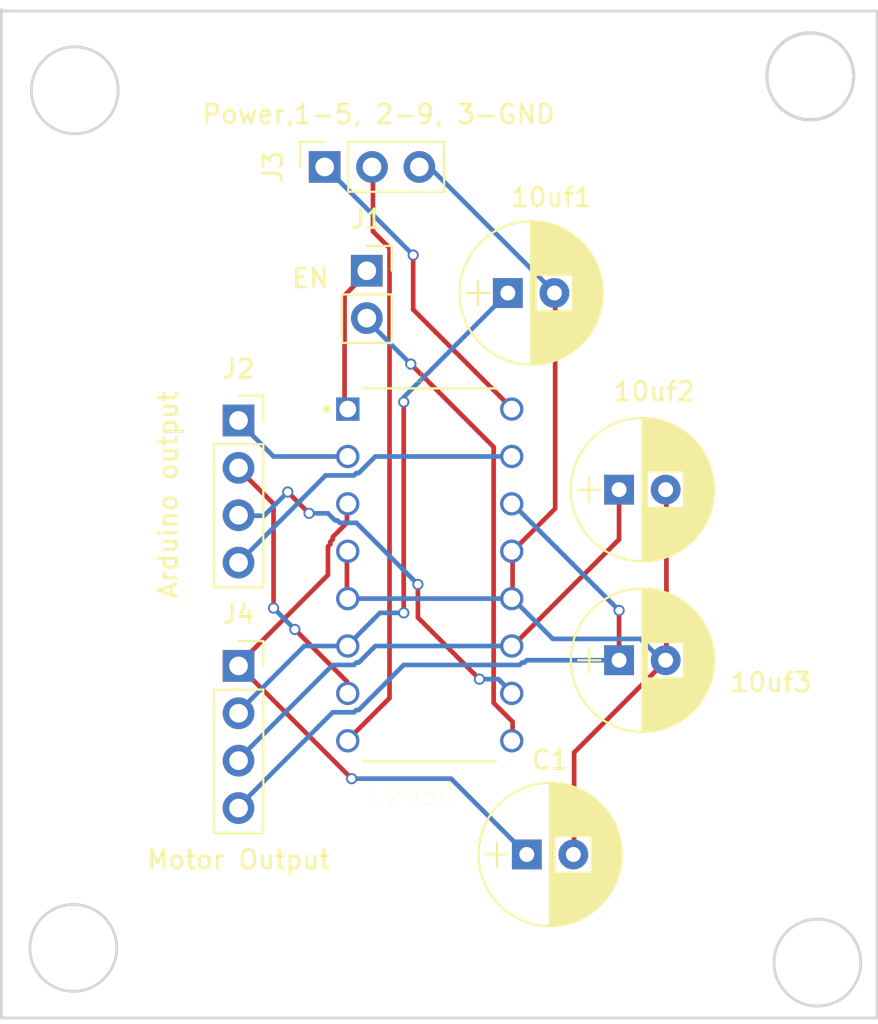
<source format=kicad_pcb>
(kicad_pcb (version 4) (host pcbnew 4.0.6)

  (general
    (links 24)
    (no_connects 0)
    (area 116.383999 83.4804 163.524001 139.3284)
    (thickness 1.6)
    (drawings 17)
    (tracks 141)
    (zones 0)
    (modules 13)
    (nets 14)
  )

  (page A4)
  (layers
    (0 F.Cu signal)
    (31 B.Cu signal)
    (32 B.Adhes user)
    (33 F.Adhes user)
    (34 B.Paste user)
    (35 F.Paste user)
    (36 B.SilkS user)
    (37 F.SilkS user)
    (38 B.Mask user)
    (39 F.Mask user)
    (40 Dwgs.User user)
    (41 Cmts.User user)
    (42 Eco1.User user)
    (43 Eco2.User user)
    (44 Edge.Cuts user)
    (45 Margin user)
    (46 B.CrtYd user)
    (47 F.CrtYd user)
    (48 B.Fab user)
    (49 F.Fab user)
  )

  (setup
    (last_trace_width 0.25)
    (trace_clearance 0.2)
    (zone_clearance 0.508)
    (zone_45_only no)
    (trace_min 0.2)
    (segment_width 0.2)
    (edge_width 0.15)
    (via_size 0.6)
    (via_drill 0.4)
    (via_min_size 0.4)
    (via_min_drill 0.3)
    (uvia_size 0.3)
    (uvia_drill 0.1)
    (uvias_allowed no)
    (uvia_min_size 0.2)
    (uvia_min_drill 0.1)
    (pcb_text_width 0.3)
    (pcb_text_size 1.5 1.5)
    (mod_edge_width 0.15)
    (mod_text_size 1 1)
    (mod_text_width 0.15)
    (pad_size 1.524 1.524)
    (pad_drill 0.762)
    (pad_to_mask_clearance 0.2)
    (aux_axis_origin 0 0)
    (visible_elements 7FFFFFFF)
    (pcbplotparams
      (layerselection 0x311f0_80000001)
      (usegerberextensions false)
      (excludeedgelayer true)
      (linewidth 0.100000)
      (plotframeref false)
      (viasonmask false)
      (mode 1)
      (useauxorigin false)
      (hpglpennumber 1)
      (hpglpenspeed 20)
      (hpglpendiameter 15)
      (hpglpenoverlay 2)
      (psnegative false)
      (psa4output false)
      (plotreference true)
      (plotvalue true)
      (plotinvisibletext false)
      (padsonsilk false)
      (subtractmaskfromsilk false)
      (outputformat 1)
      (mirror false)
      (drillshape 0)
      (scaleselection 1)
      (outputdirectory Gerber/))
  )

  (net 0 "")
  (net 1 Motor1BOut)
  (net 2 GND)
  (net 3 Motor2AOut)
  (net 4 Motor2BOut)
  (net 5 Motor1AOut)
  (net 6 EN1)
  (net 7 EN2)
  (net 8 Motor1A)
  (net 9 Motor1B)
  (net 10 Motor2A)
  (net 11 Motor2B)
  (net 12 5V)
  (net 13 9V)

  (net_class Default "This is the default net class."
    (clearance 0.2)
    (trace_width 0.25)
    (via_dia 0.6)
    (via_drill 0.4)
    (uvia_dia 0.3)
    (uvia_drill 0.1)
    (add_net 5V)
    (add_net 9V)
    (add_net EN1)
    (add_net EN2)
    (add_net GND)
    (add_net Motor1A)
    (add_net Motor1AOut)
    (add_net Motor1B)
    (add_net Motor1BOut)
    (add_net Motor2A)
    (add_net Motor2AOut)
    (add_net Motor2B)
    (add_net Motor2BOut)
  )

  (module MountingHole:MountingHole_2mm (layer F.Cu) (tedit 5E54227E) (tstamp 5EC0A366)
    (at 159.8676 87.6554)
    (descr "Mounting Hole 2mm, no annular")
    (tags "mounting hole 2mm no annular")
    (attr virtual)
    (fp_text reference REF** (at 0 -3.2) (layer F.Fab)
      (effects (font (size 1 1) (thickness 0.15)))
    )
    (fp_text value "" (at 0 3.1) (layer F.Fab)
      (effects (font (size 1 1) (thickness 0.15)))
    )
    (fp_text user %R (at 0.3 0) (layer F.Fab)
      (effects (font (size 1 1) (thickness 0.15)))
    )
    (fp_circle (center 0 0) (end 2 0) (layer Cmts.User) (width 0.15))
    (fp_circle (center 0 0) (end 2.25 0) (layer F.CrtYd) (width 0.05))
    (pad "" np_thru_hole circle (at 0 0) (size 2 2) (drill 2) (layers *.Cu *.Mask))
  )

  (module MountingHole:MountingHole_2mm (layer F.Cu) (tedit 5E542283) (tstamp 5EC0A35F)
    (at 120.396 88.4682)
    (descr "Mounting Hole 2mm, no annular")
    (tags "mounting hole 2mm no annular")
    (attr virtual)
    (fp_text reference REF** (at 0 -3.2) (layer F.Fab)
      (effects (font (size 1 1) (thickness 0.15)))
    )
    (fp_text value "" (at 0 3.1) (layer F.Fab)
      (effects (font (size 1 1) (thickness 0.15)))
    )
    (fp_text user %R (at 0.3 0) (layer F.Fab)
      (effects (font (size 1 1) (thickness 0.15)))
    )
    (fp_circle (center 0 0) (end 2 0) (layer Cmts.User) (width 0.15))
    (fp_circle (center 0 0) (end 2.25 0) (layer F.CrtYd) (width 0.05))
    (pad "" np_thru_hole circle (at 0 0) (size 2 2) (drill 2) (layers *.Cu *.Mask))
  )

  (module MountingHole:MountingHole_2mm (layer F.Cu) (tedit 5E542275) (tstamp 5EC0A358)
    (at 120.2944 134.4168)
    (descr "Mounting Hole 2mm, no annular")
    (tags "mounting hole 2mm no annular")
    (attr virtual)
    (fp_text reference REF** (at 0 -3.2) (layer F.Fab)
      (effects (font (size 1 1) (thickness 0.15)))
    )
    (fp_text value "" (at 0 3.1) (layer F.Fab)
      (effects (font (size 1 1) (thickness 0.15)))
    )
    (fp_text user %R (at 0.3 0) (layer F.Fab)
      (effects (font (size 1 1) (thickness 0.15)))
    )
    (fp_circle (center 0 0) (end 2 0) (layer Cmts.User) (width 0.15))
    (fp_circle (center 0 0) (end 2.25 0) (layer F.CrtYd) (width 0.05))
    (pad "" np_thru_hole circle (at 0 0) (size 2 2) (drill 2) (layers *.Cu *.Mask))
  )

  (module Capacitors_THT:CP_Radial_D7.5mm_P2.50mm (layer F.Cu) (tedit 5E542216) (tstamp 5E541242)
    (at 143.637 99.314)
    (descr "CP, Radial series, Radial, pin pitch=2.50mm, , diameter=7.5mm, Electrolytic Capacitor")
    (tags "CP Radial series Radial pin pitch 2.50mm  diameter 7.5mm Electrolytic Capacitor")
    (path /5E53FF3B)
    (fp_text reference 10uf1 (at 2.3368 -5.1308) (layer F.SilkS)
      (effects (font (size 1 1) (thickness 0.15)))
    )
    (fp_text value CP (at 1.25 5.06) (layer F.Fab)
      (effects (font (size 1 1) (thickness 0.15)))
    )
    (fp_circle (center 1.25 0) (end 5 0) (layer F.Fab) (width 0.1))
    (fp_circle (center 1.25 0) (end 5.09 0) (layer F.SilkS) (width 0.12))
    (fp_line (start -2.2 0) (end -1 0) (layer F.Fab) (width 0.1))
    (fp_line (start -1.6 -0.65) (end -1.6 0.65) (layer F.Fab) (width 0.1))
    (fp_line (start 1.25 -3.8) (end 1.25 3.8) (layer F.SilkS) (width 0.12))
    (fp_line (start 1.29 -3.8) (end 1.29 3.8) (layer F.SilkS) (width 0.12))
    (fp_line (start 1.33 -3.8) (end 1.33 3.8) (layer F.SilkS) (width 0.12))
    (fp_line (start 1.37 -3.799) (end 1.37 3.799) (layer F.SilkS) (width 0.12))
    (fp_line (start 1.41 -3.797) (end 1.41 3.797) (layer F.SilkS) (width 0.12))
    (fp_line (start 1.45 -3.795) (end 1.45 3.795) (layer F.SilkS) (width 0.12))
    (fp_line (start 1.49 -3.793) (end 1.49 3.793) (layer F.SilkS) (width 0.12))
    (fp_line (start 1.53 -3.79) (end 1.53 -0.98) (layer F.SilkS) (width 0.12))
    (fp_line (start 1.53 0.98) (end 1.53 3.79) (layer F.SilkS) (width 0.12))
    (fp_line (start 1.57 -3.787) (end 1.57 -0.98) (layer F.SilkS) (width 0.12))
    (fp_line (start 1.57 0.98) (end 1.57 3.787) (layer F.SilkS) (width 0.12))
    (fp_line (start 1.61 -3.784) (end 1.61 -0.98) (layer F.SilkS) (width 0.12))
    (fp_line (start 1.61 0.98) (end 1.61 3.784) (layer F.SilkS) (width 0.12))
    (fp_line (start 1.65 -3.78) (end 1.65 -0.98) (layer F.SilkS) (width 0.12))
    (fp_line (start 1.65 0.98) (end 1.65 3.78) (layer F.SilkS) (width 0.12))
    (fp_line (start 1.69 -3.775) (end 1.69 -0.98) (layer F.SilkS) (width 0.12))
    (fp_line (start 1.69 0.98) (end 1.69 3.775) (layer F.SilkS) (width 0.12))
    (fp_line (start 1.73 -3.77) (end 1.73 -0.98) (layer F.SilkS) (width 0.12))
    (fp_line (start 1.73 0.98) (end 1.73 3.77) (layer F.SilkS) (width 0.12))
    (fp_line (start 1.77 -3.765) (end 1.77 -0.98) (layer F.SilkS) (width 0.12))
    (fp_line (start 1.77 0.98) (end 1.77 3.765) (layer F.SilkS) (width 0.12))
    (fp_line (start 1.81 -3.759) (end 1.81 -0.98) (layer F.SilkS) (width 0.12))
    (fp_line (start 1.81 0.98) (end 1.81 3.759) (layer F.SilkS) (width 0.12))
    (fp_line (start 1.85 -3.753) (end 1.85 -0.98) (layer F.SilkS) (width 0.12))
    (fp_line (start 1.85 0.98) (end 1.85 3.753) (layer F.SilkS) (width 0.12))
    (fp_line (start 1.89 -3.747) (end 1.89 -0.98) (layer F.SilkS) (width 0.12))
    (fp_line (start 1.89 0.98) (end 1.89 3.747) (layer F.SilkS) (width 0.12))
    (fp_line (start 1.93 -3.74) (end 1.93 -0.98) (layer F.SilkS) (width 0.12))
    (fp_line (start 1.93 0.98) (end 1.93 3.74) (layer F.SilkS) (width 0.12))
    (fp_line (start 1.971 -3.732) (end 1.971 -0.98) (layer F.SilkS) (width 0.12))
    (fp_line (start 1.971 0.98) (end 1.971 3.732) (layer F.SilkS) (width 0.12))
    (fp_line (start 2.011 -3.725) (end 2.011 -0.98) (layer F.SilkS) (width 0.12))
    (fp_line (start 2.011 0.98) (end 2.011 3.725) (layer F.SilkS) (width 0.12))
    (fp_line (start 2.051 -3.716) (end 2.051 -0.98) (layer F.SilkS) (width 0.12))
    (fp_line (start 2.051 0.98) (end 2.051 3.716) (layer F.SilkS) (width 0.12))
    (fp_line (start 2.091 -3.707) (end 2.091 -0.98) (layer F.SilkS) (width 0.12))
    (fp_line (start 2.091 0.98) (end 2.091 3.707) (layer F.SilkS) (width 0.12))
    (fp_line (start 2.131 -3.698) (end 2.131 -0.98) (layer F.SilkS) (width 0.12))
    (fp_line (start 2.131 0.98) (end 2.131 3.698) (layer F.SilkS) (width 0.12))
    (fp_line (start 2.171 -3.689) (end 2.171 -0.98) (layer F.SilkS) (width 0.12))
    (fp_line (start 2.171 0.98) (end 2.171 3.689) (layer F.SilkS) (width 0.12))
    (fp_line (start 2.211 -3.679) (end 2.211 -0.98) (layer F.SilkS) (width 0.12))
    (fp_line (start 2.211 0.98) (end 2.211 3.679) (layer F.SilkS) (width 0.12))
    (fp_line (start 2.251 -3.668) (end 2.251 -0.98) (layer F.SilkS) (width 0.12))
    (fp_line (start 2.251 0.98) (end 2.251 3.668) (layer F.SilkS) (width 0.12))
    (fp_line (start 2.291 -3.657) (end 2.291 -0.98) (layer F.SilkS) (width 0.12))
    (fp_line (start 2.291 0.98) (end 2.291 3.657) (layer F.SilkS) (width 0.12))
    (fp_line (start 2.331 -3.645) (end 2.331 -0.98) (layer F.SilkS) (width 0.12))
    (fp_line (start 2.331 0.98) (end 2.331 3.645) (layer F.SilkS) (width 0.12))
    (fp_line (start 2.371 -3.634) (end 2.371 -0.98) (layer F.SilkS) (width 0.12))
    (fp_line (start 2.371 0.98) (end 2.371 3.634) (layer F.SilkS) (width 0.12))
    (fp_line (start 2.411 -3.621) (end 2.411 -0.98) (layer F.SilkS) (width 0.12))
    (fp_line (start 2.411 0.98) (end 2.411 3.621) (layer F.SilkS) (width 0.12))
    (fp_line (start 2.451 -3.608) (end 2.451 -0.98) (layer F.SilkS) (width 0.12))
    (fp_line (start 2.451 0.98) (end 2.451 3.608) (layer F.SilkS) (width 0.12))
    (fp_line (start 2.491 -3.595) (end 2.491 -0.98) (layer F.SilkS) (width 0.12))
    (fp_line (start 2.491 0.98) (end 2.491 3.595) (layer F.SilkS) (width 0.12))
    (fp_line (start 2.531 -3.581) (end 2.531 -0.98) (layer F.SilkS) (width 0.12))
    (fp_line (start 2.531 0.98) (end 2.531 3.581) (layer F.SilkS) (width 0.12))
    (fp_line (start 2.571 -3.566) (end 2.571 -0.98) (layer F.SilkS) (width 0.12))
    (fp_line (start 2.571 0.98) (end 2.571 3.566) (layer F.SilkS) (width 0.12))
    (fp_line (start 2.611 -3.552) (end 2.611 -0.98) (layer F.SilkS) (width 0.12))
    (fp_line (start 2.611 0.98) (end 2.611 3.552) (layer F.SilkS) (width 0.12))
    (fp_line (start 2.651 -3.536) (end 2.651 -0.98) (layer F.SilkS) (width 0.12))
    (fp_line (start 2.651 0.98) (end 2.651 3.536) (layer F.SilkS) (width 0.12))
    (fp_line (start 2.691 -3.52) (end 2.691 -0.98) (layer F.SilkS) (width 0.12))
    (fp_line (start 2.691 0.98) (end 2.691 3.52) (layer F.SilkS) (width 0.12))
    (fp_line (start 2.731 -3.504) (end 2.731 -0.98) (layer F.SilkS) (width 0.12))
    (fp_line (start 2.731 0.98) (end 2.731 3.504) (layer F.SilkS) (width 0.12))
    (fp_line (start 2.771 -3.487) (end 2.771 -0.98) (layer F.SilkS) (width 0.12))
    (fp_line (start 2.771 0.98) (end 2.771 3.487) (layer F.SilkS) (width 0.12))
    (fp_line (start 2.811 -3.469) (end 2.811 -0.98) (layer F.SilkS) (width 0.12))
    (fp_line (start 2.811 0.98) (end 2.811 3.469) (layer F.SilkS) (width 0.12))
    (fp_line (start 2.851 -3.451) (end 2.851 -0.98) (layer F.SilkS) (width 0.12))
    (fp_line (start 2.851 0.98) (end 2.851 3.451) (layer F.SilkS) (width 0.12))
    (fp_line (start 2.891 -3.433) (end 2.891 -0.98) (layer F.SilkS) (width 0.12))
    (fp_line (start 2.891 0.98) (end 2.891 3.433) (layer F.SilkS) (width 0.12))
    (fp_line (start 2.931 -3.413) (end 2.931 -0.98) (layer F.SilkS) (width 0.12))
    (fp_line (start 2.931 0.98) (end 2.931 3.413) (layer F.SilkS) (width 0.12))
    (fp_line (start 2.971 -3.394) (end 2.971 -0.98) (layer F.SilkS) (width 0.12))
    (fp_line (start 2.971 0.98) (end 2.971 3.394) (layer F.SilkS) (width 0.12))
    (fp_line (start 3.011 -3.373) (end 3.011 -0.98) (layer F.SilkS) (width 0.12))
    (fp_line (start 3.011 0.98) (end 3.011 3.373) (layer F.SilkS) (width 0.12))
    (fp_line (start 3.051 -3.352) (end 3.051 -0.98) (layer F.SilkS) (width 0.12))
    (fp_line (start 3.051 0.98) (end 3.051 3.352) (layer F.SilkS) (width 0.12))
    (fp_line (start 3.091 -3.331) (end 3.091 -0.98) (layer F.SilkS) (width 0.12))
    (fp_line (start 3.091 0.98) (end 3.091 3.331) (layer F.SilkS) (width 0.12))
    (fp_line (start 3.131 -3.309) (end 3.131 -0.98) (layer F.SilkS) (width 0.12))
    (fp_line (start 3.131 0.98) (end 3.131 3.309) (layer F.SilkS) (width 0.12))
    (fp_line (start 3.171 -3.286) (end 3.171 -0.98) (layer F.SilkS) (width 0.12))
    (fp_line (start 3.171 0.98) (end 3.171 3.286) (layer F.SilkS) (width 0.12))
    (fp_line (start 3.211 -3.263) (end 3.211 -0.98) (layer F.SilkS) (width 0.12))
    (fp_line (start 3.211 0.98) (end 3.211 3.263) (layer F.SilkS) (width 0.12))
    (fp_line (start 3.251 -3.239) (end 3.251 -0.98) (layer F.SilkS) (width 0.12))
    (fp_line (start 3.251 0.98) (end 3.251 3.239) (layer F.SilkS) (width 0.12))
    (fp_line (start 3.291 -3.214) (end 3.291 -0.98) (layer F.SilkS) (width 0.12))
    (fp_line (start 3.291 0.98) (end 3.291 3.214) (layer F.SilkS) (width 0.12))
    (fp_line (start 3.331 -3.188) (end 3.331 -0.98) (layer F.SilkS) (width 0.12))
    (fp_line (start 3.331 0.98) (end 3.331 3.188) (layer F.SilkS) (width 0.12))
    (fp_line (start 3.371 -3.162) (end 3.371 -0.98) (layer F.SilkS) (width 0.12))
    (fp_line (start 3.371 0.98) (end 3.371 3.162) (layer F.SilkS) (width 0.12))
    (fp_line (start 3.411 -3.135) (end 3.411 -0.98) (layer F.SilkS) (width 0.12))
    (fp_line (start 3.411 0.98) (end 3.411 3.135) (layer F.SilkS) (width 0.12))
    (fp_line (start 3.451 -3.108) (end 3.451 -0.98) (layer F.SilkS) (width 0.12))
    (fp_line (start 3.451 0.98) (end 3.451 3.108) (layer F.SilkS) (width 0.12))
    (fp_line (start 3.491 -3.079) (end 3.491 3.079) (layer F.SilkS) (width 0.12))
    (fp_line (start 3.531 -3.05) (end 3.531 3.05) (layer F.SilkS) (width 0.12))
    (fp_line (start 3.571 -3.02) (end 3.571 3.02) (layer F.SilkS) (width 0.12))
    (fp_line (start 3.611 -2.99) (end 3.611 2.99) (layer F.SilkS) (width 0.12))
    (fp_line (start 3.651 -2.958) (end 3.651 2.958) (layer F.SilkS) (width 0.12))
    (fp_line (start 3.691 -2.926) (end 3.691 2.926) (layer F.SilkS) (width 0.12))
    (fp_line (start 3.731 -2.892) (end 3.731 2.892) (layer F.SilkS) (width 0.12))
    (fp_line (start 3.771 -2.858) (end 3.771 2.858) (layer F.SilkS) (width 0.12))
    (fp_line (start 3.811 -2.823) (end 3.811 2.823) (layer F.SilkS) (width 0.12))
    (fp_line (start 3.851 -2.786) (end 3.851 2.786) (layer F.SilkS) (width 0.12))
    (fp_line (start 3.891 -2.749) (end 3.891 2.749) (layer F.SilkS) (width 0.12))
    (fp_line (start 3.931 -2.711) (end 3.931 2.711) (layer F.SilkS) (width 0.12))
    (fp_line (start 3.971 -2.671) (end 3.971 2.671) (layer F.SilkS) (width 0.12))
    (fp_line (start 4.011 -2.63) (end 4.011 2.63) (layer F.SilkS) (width 0.12))
    (fp_line (start 4.051 -2.588) (end 4.051 2.588) (layer F.SilkS) (width 0.12))
    (fp_line (start 4.091 -2.545) (end 4.091 2.545) (layer F.SilkS) (width 0.12))
    (fp_line (start 4.131 -2.5) (end 4.131 2.5) (layer F.SilkS) (width 0.12))
    (fp_line (start 4.171 -2.454) (end 4.171 2.454) (layer F.SilkS) (width 0.12))
    (fp_line (start 4.211 -2.407) (end 4.211 2.407) (layer F.SilkS) (width 0.12))
    (fp_line (start 4.251 -2.357) (end 4.251 2.357) (layer F.SilkS) (width 0.12))
    (fp_line (start 4.291 -2.307) (end 4.291 2.307) (layer F.SilkS) (width 0.12))
    (fp_line (start 4.331 -2.254) (end 4.331 2.254) (layer F.SilkS) (width 0.12))
    (fp_line (start 4.371 -2.199) (end 4.371 2.199) (layer F.SilkS) (width 0.12))
    (fp_line (start 4.411 -2.142) (end 4.411 2.142) (layer F.SilkS) (width 0.12))
    (fp_line (start 4.451 -2.083) (end 4.451 2.083) (layer F.SilkS) (width 0.12))
    (fp_line (start 4.491 -2.022) (end 4.491 2.022) (layer F.SilkS) (width 0.12))
    (fp_line (start 4.531 -1.957) (end 4.531 1.957) (layer F.SilkS) (width 0.12))
    (fp_line (start 4.571 -1.89) (end 4.571 1.89) (layer F.SilkS) (width 0.12))
    (fp_line (start 4.611 -1.82) (end 4.611 1.82) (layer F.SilkS) (width 0.12))
    (fp_line (start 4.651 -1.745) (end 4.651 1.745) (layer F.SilkS) (width 0.12))
    (fp_line (start 4.691 -1.667) (end 4.691 1.667) (layer F.SilkS) (width 0.12))
    (fp_line (start 4.731 -1.584) (end 4.731 1.584) (layer F.SilkS) (width 0.12))
    (fp_line (start 4.771 -1.495) (end 4.771 1.495) (layer F.SilkS) (width 0.12))
    (fp_line (start 4.811 -1.4) (end 4.811 1.4) (layer F.SilkS) (width 0.12))
    (fp_line (start 4.851 -1.297) (end 4.851 1.297) (layer F.SilkS) (width 0.12))
    (fp_line (start 4.891 -1.184) (end 4.891 1.184) (layer F.SilkS) (width 0.12))
    (fp_line (start 4.931 -1.057) (end 4.931 1.057) (layer F.SilkS) (width 0.12))
    (fp_line (start 4.971 -0.913) (end 4.971 0.913) (layer F.SilkS) (width 0.12))
    (fp_line (start 5.011 -0.74) (end 5.011 0.74) (layer F.SilkS) (width 0.12))
    (fp_line (start 5.051 -0.513) (end 5.051 0.513) (layer F.SilkS) (width 0.12))
    (fp_line (start -2.2 0) (end -1 0) (layer F.SilkS) (width 0.12))
    (fp_line (start -1.6 -0.65) (end -1.6 0.65) (layer F.SilkS) (width 0.12))
    (fp_line (start -2.85 -4.1) (end -2.85 4.1) (layer F.CrtYd) (width 0.05))
    (fp_line (start -2.85 4.1) (end 5.35 4.1) (layer F.CrtYd) (width 0.05))
    (fp_line (start 5.35 4.1) (end 5.35 -4.1) (layer F.CrtYd) (width 0.05))
    (fp_line (start 5.35 -4.1) (end -2.85 -4.1) (layer F.CrtYd) (width 0.05))
    (fp_text user %R (at 1.25 0) (layer F.Fab)
      (effects (font (size 1 1) (thickness 0.15)))
    )
    (pad 1 thru_hole rect (at 0 0) (size 1.6 1.6) (drill 0.8) (layers *.Cu *.Mask)
      (net 1 Motor1BOut))
    (pad 2 thru_hole circle (at 2.5 0) (size 1.6 1.6) (drill 0.8) (layers *.Cu *.Mask)
      (net 2 GND))
    (model ${KISYS3DMOD}/Capacitors_THT.3dshapes/CP_Radial_D7.5mm_P2.50mm.wrl
      (at (xyz 0 0 0))
      (scale (xyz 1 1 1))
      (rotate (xyz 0 0 0))
    )
  )

  (module Capacitors_THT:CP_Radial_D7.5mm_P2.50mm (layer F.Cu) (tedit 5E542210) (tstamp 5E541248)
    (at 149.606 109.855)
    (descr "CP, Radial series, Radial, pin pitch=2.50mm, , diameter=7.5mm, Electrolytic Capacitor")
    (tags "CP Radial series Radial pin pitch 2.50mm  diameter 7.5mm Electrolytic Capacitor")
    (path /5E53FEE6)
    (fp_text reference 10uf2 (at 1.8796 -5.2578) (layer F.SilkS)
      (effects (font (size 1 1) (thickness 0.15)))
    )
    (fp_text value CP (at 1.25 5.06) (layer F.Fab)
      (effects (font (size 1 1) (thickness 0.15)))
    )
    (fp_circle (center 1.25 0) (end 5 0) (layer F.Fab) (width 0.1))
    (fp_circle (center 1.25 0) (end 5.09 0) (layer F.SilkS) (width 0.12))
    (fp_line (start -2.2 0) (end -1 0) (layer F.Fab) (width 0.1))
    (fp_line (start -1.6 -0.65) (end -1.6 0.65) (layer F.Fab) (width 0.1))
    (fp_line (start 1.25 -3.8) (end 1.25 3.8) (layer F.SilkS) (width 0.12))
    (fp_line (start 1.29 -3.8) (end 1.29 3.8) (layer F.SilkS) (width 0.12))
    (fp_line (start 1.33 -3.8) (end 1.33 3.8) (layer F.SilkS) (width 0.12))
    (fp_line (start 1.37 -3.799) (end 1.37 3.799) (layer F.SilkS) (width 0.12))
    (fp_line (start 1.41 -3.797) (end 1.41 3.797) (layer F.SilkS) (width 0.12))
    (fp_line (start 1.45 -3.795) (end 1.45 3.795) (layer F.SilkS) (width 0.12))
    (fp_line (start 1.49 -3.793) (end 1.49 3.793) (layer F.SilkS) (width 0.12))
    (fp_line (start 1.53 -3.79) (end 1.53 -0.98) (layer F.SilkS) (width 0.12))
    (fp_line (start 1.53 0.98) (end 1.53 3.79) (layer F.SilkS) (width 0.12))
    (fp_line (start 1.57 -3.787) (end 1.57 -0.98) (layer F.SilkS) (width 0.12))
    (fp_line (start 1.57 0.98) (end 1.57 3.787) (layer F.SilkS) (width 0.12))
    (fp_line (start 1.61 -3.784) (end 1.61 -0.98) (layer F.SilkS) (width 0.12))
    (fp_line (start 1.61 0.98) (end 1.61 3.784) (layer F.SilkS) (width 0.12))
    (fp_line (start 1.65 -3.78) (end 1.65 -0.98) (layer F.SilkS) (width 0.12))
    (fp_line (start 1.65 0.98) (end 1.65 3.78) (layer F.SilkS) (width 0.12))
    (fp_line (start 1.69 -3.775) (end 1.69 -0.98) (layer F.SilkS) (width 0.12))
    (fp_line (start 1.69 0.98) (end 1.69 3.775) (layer F.SilkS) (width 0.12))
    (fp_line (start 1.73 -3.77) (end 1.73 -0.98) (layer F.SilkS) (width 0.12))
    (fp_line (start 1.73 0.98) (end 1.73 3.77) (layer F.SilkS) (width 0.12))
    (fp_line (start 1.77 -3.765) (end 1.77 -0.98) (layer F.SilkS) (width 0.12))
    (fp_line (start 1.77 0.98) (end 1.77 3.765) (layer F.SilkS) (width 0.12))
    (fp_line (start 1.81 -3.759) (end 1.81 -0.98) (layer F.SilkS) (width 0.12))
    (fp_line (start 1.81 0.98) (end 1.81 3.759) (layer F.SilkS) (width 0.12))
    (fp_line (start 1.85 -3.753) (end 1.85 -0.98) (layer F.SilkS) (width 0.12))
    (fp_line (start 1.85 0.98) (end 1.85 3.753) (layer F.SilkS) (width 0.12))
    (fp_line (start 1.89 -3.747) (end 1.89 -0.98) (layer F.SilkS) (width 0.12))
    (fp_line (start 1.89 0.98) (end 1.89 3.747) (layer F.SilkS) (width 0.12))
    (fp_line (start 1.93 -3.74) (end 1.93 -0.98) (layer F.SilkS) (width 0.12))
    (fp_line (start 1.93 0.98) (end 1.93 3.74) (layer F.SilkS) (width 0.12))
    (fp_line (start 1.971 -3.732) (end 1.971 -0.98) (layer F.SilkS) (width 0.12))
    (fp_line (start 1.971 0.98) (end 1.971 3.732) (layer F.SilkS) (width 0.12))
    (fp_line (start 2.011 -3.725) (end 2.011 -0.98) (layer F.SilkS) (width 0.12))
    (fp_line (start 2.011 0.98) (end 2.011 3.725) (layer F.SilkS) (width 0.12))
    (fp_line (start 2.051 -3.716) (end 2.051 -0.98) (layer F.SilkS) (width 0.12))
    (fp_line (start 2.051 0.98) (end 2.051 3.716) (layer F.SilkS) (width 0.12))
    (fp_line (start 2.091 -3.707) (end 2.091 -0.98) (layer F.SilkS) (width 0.12))
    (fp_line (start 2.091 0.98) (end 2.091 3.707) (layer F.SilkS) (width 0.12))
    (fp_line (start 2.131 -3.698) (end 2.131 -0.98) (layer F.SilkS) (width 0.12))
    (fp_line (start 2.131 0.98) (end 2.131 3.698) (layer F.SilkS) (width 0.12))
    (fp_line (start 2.171 -3.689) (end 2.171 -0.98) (layer F.SilkS) (width 0.12))
    (fp_line (start 2.171 0.98) (end 2.171 3.689) (layer F.SilkS) (width 0.12))
    (fp_line (start 2.211 -3.679) (end 2.211 -0.98) (layer F.SilkS) (width 0.12))
    (fp_line (start 2.211 0.98) (end 2.211 3.679) (layer F.SilkS) (width 0.12))
    (fp_line (start 2.251 -3.668) (end 2.251 -0.98) (layer F.SilkS) (width 0.12))
    (fp_line (start 2.251 0.98) (end 2.251 3.668) (layer F.SilkS) (width 0.12))
    (fp_line (start 2.291 -3.657) (end 2.291 -0.98) (layer F.SilkS) (width 0.12))
    (fp_line (start 2.291 0.98) (end 2.291 3.657) (layer F.SilkS) (width 0.12))
    (fp_line (start 2.331 -3.645) (end 2.331 -0.98) (layer F.SilkS) (width 0.12))
    (fp_line (start 2.331 0.98) (end 2.331 3.645) (layer F.SilkS) (width 0.12))
    (fp_line (start 2.371 -3.634) (end 2.371 -0.98) (layer F.SilkS) (width 0.12))
    (fp_line (start 2.371 0.98) (end 2.371 3.634) (layer F.SilkS) (width 0.12))
    (fp_line (start 2.411 -3.621) (end 2.411 -0.98) (layer F.SilkS) (width 0.12))
    (fp_line (start 2.411 0.98) (end 2.411 3.621) (layer F.SilkS) (width 0.12))
    (fp_line (start 2.451 -3.608) (end 2.451 -0.98) (layer F.SilkS) (width 0.12))
    (fp_line (start 2.451 0.98) (end 2.451 3.608) (layer F.SilkS) (width 0.12))
    (fp_line (start 2.491 -3.595) (end 2.491 -0.98) (layer F.SilkS) (width 0.12))
    (fp_line (start 2.491 0.98) (end 2.491 3.595) (layer F.SilkS) (width 0.12))
    (fp_line (start 2.531 -3.581) (end 2.531 -0.98) (layer F.SilkS) (width 0.12))
    (fp_line (start 2.531 0.98) (end 2.531 3.581) (layer F.SilkS) (width 0.12))
    (fp_line (start 2.571 -3.566) (end 2.571 -0.98) (layer F.SilkS) (width 0.12))
    (fp_line (start 2.571 0.98) (end 2.571 3.566) (layer F.SilkS) (width 0.12))
    (fp_line (start 2.611 -3.552) (end 2.611 -0.98) (layer F.SilkS) (width 0.12))
    (fp_line (start 2.611 0.98) (end 2.611 3.552) (layer F.SilkS) (width 0.12))
    (fp_line (start 2.651 -3.536) (end 2.651 -0.98) (layer F.SilkS) (width 0.12))
    (fp_line (start 2.651 0.98) (end 2.651 3.536) (layer F.SilkS) (width 0.12))
    (fp_line (start 2.691 -3.52) (end 2.691 -0.98) (layer F.SilkS) (width 0.12))
    (fp_line (start 2.691 0.98) (end 2.691 3.52) (layer F.SilkS) (width 0.12))
    (fp_line (start 2.731 -3.504) (end 2.731 -0.98) (layer F.SilkS) (width 0.12))
    (fp_line (start 2.731 0.98) (end 2.731 3.504) (layer F.SilkS) (width 0.12))
    (fp_line (start 2.771 -3.487) (end 2.771 -0.98) (layer F.SilkS) (width 0.12))
    (fp_line (start 2.771 0.98) (end 2.771 3.487) (layer F.SilkS) (width 0.12))
    (fp_line (start 2.811 -3.469) (end 2.811 -0.98) (layer F.SilkS) (width 0.12))
    (fp_line (start 2.811 0.98) (end 2.811 3.469) (layer F.SilkS) (width 0.12))
    (fp_line (start 2.851 -3.451) (end 2.851 -0.98) (layer F.SilkS) (width 0.12))
    (fp_line (start 2.851 0.98) (end 2.851 3.451) (layer F.SilkS) (width 0.12))
    (fp_line (start 2.891 -3.433) (end 2.891 -0.98) (layer F.SilkS) (width 0.12))
    (fp_line (start 2.891 0.98) (end 2.891 3.433) (layer F.SilkS) (width 0.12))
    (fp_line (start 2.931 -3.413) (end 2.931 -0.98) (layer F.SilkS) (width 0.12))
    (fp_line (start 2.931 0.98) (end 2.931 3.413) (layer F.SilkS) (width 0.12))
    (fp_line (start 2.971 -3.394) (end 2.971 -0.98) (layer F.SilkS) (width 0.12))
    (fp_line (start 2.971 0.98) (end 2.971 3.394) (layer F.SilkS) (width 0.12))
    (fp_line (start 3.011 -3.373) (end 3.011 -0.98) (layer F.SilkS) (width 0.12))
    (fp_line (start 3.011 0.98) (end 3.011 3.373) (layer F.SilkS) (width 0.12))
    (fp_line (start 3.051 -3.352) (end 3.051 -0.98) (layer F.SilkS) (width 0.12))
    (fp_line (start 3.051 0.98) (end 3.051 3.352) (layer F.SilkS) (width 0.12))
    (fp_line (start 3.091 -3.331) (end 3.091 -0.98) (layer F.SilkS) (width 0.12))
    (fp_line (start 3.091 0.98) (end 3.091 3.331) (layer F.SilkS) (width 0.12))
    (fp_line (start 3.131 -3.309) (end 3.131 -0.98) (layer F.SilkS) (width 0.12))
    (fp_line (start 3.131 0.98) (end 3.131 3.309) (layer F.SilkS) (width 0.12))
    (fp_line (start 3.171 -3.286) (end 3.171 -0.98) (layer F.SilkS) (width 0.12))
    (fp_line (start 3.171 0.98) (end 3.171 3.286) (layer F.SilkS) (width 0.12))
    (fp_line (start 3.211 -3.263) (end 3.211 -0.98) (layer F.SilkS) (width 0.12))
    (fp_line (start 3.211 0.98) (end 3.211 3.263) (layer F.SilkS) (width 0.12))
    (fp_line (start 3.251 -3.239) (end 3.251 -0.98) (layer F.SilkS) (width 0.12))
    (fp_line (start 3.251 0.98) (end 3.251 3.239) (layer F.SilkS) (width 0.12))
    (fp_line (start 3.291 -3.214) (end 3.291 -0.98) (layer F.SilkS) (width 0.12))
    (fp_line (start 3.291 0.98) (end 3.291 3.214) (layer F.SilkS) (width 0.12))
    (fp_line (start 3.331 -3.188) (end 3.331 -0.98) (layer F.SilkS) (width 0.12))
    (fp_line (start 3.331 0.98) (end 3.331 3.188) (layer F.SilkS) (width 0.12))
    (fp_line (start 3.371 -3.162) (end 3.371 -0.98) (layer F.SilkS) (width 0.12))
    (fp_line (start 3.371 0.98) (end 3.371 3.162) (layer F.SilkS) (width 0.12))
    (fp_line (start 3.411 -3.135) (end 3.411 -0.98) (layer F.SilkS) (width 0.12))
    (fp_line (start 3.411 0.98) (end 3.411 3.135) (layer F.SilkS) (width 0.12))
    (fp_line (start 3.451 -3.108) (end 3.451 -0.98) (layer F.SilkS) (width 0.12))
    (fp_line (start 3.451 0.98) (end 3.451 3.108) (layer F.SilkS) (width 0.12))
    (fp_line (start 3.491 -3.079) (end 3.491 3.079) (layer F.SilkS) (width 0.12))
    (fp_line (start 3.531 -3.05) (end 3.531 3.05) (layer F.SilkS) (width 0.12))
    (fp_line (start 3.571 -3.02) (end 3.571 3.02) (layer F.SilkS) (width 0.12))
    (fp_line (start 3.611 -2.99) (end 3.611 2.99) (layer F.SilkS) (width 0.12))
    (fp_line (start 3.651 -2.958) (end 3.651 2.958) (layer F.SilkS) (width 0.12))
    (fp_line (start 3.691 -2.926) (end 3.691 2.926) (layer F.SilkS) (width 0.12))
    (fp_line (start 3.731 -2.892) (end 3.731 2.892) (layer F.SilkS) (width 0.12))
    (fp_line (start 3.771 -2.858) (end 3.771 2.858) (layer F.SilkS) (width 0.12))
    (fp_line (start 3.811 -2.823) (end 3.811 2.823) (layer F.SilkS) (width 0.12))
    (fp_line (start 3.851 -2.786) (end 3.851 2.786) (layer F.SilkS) (width 0.12))
    (fp_line (start 3.891 -2.749) (end 3.891 2.749) (layer F.SilkS) (width 0.12))
    (fp_line (start 3.931 -2.711) (end 3.931 2.711) (layer F.SilkS) (width 0.12))
    (fp_line (start 3.971 -2.671) (end 3.971 2.671) (layer F.SilkS) (width 0.12))
    (fp_line (start 4.011 -2.63) (end 4.011 2.63) (layer F.SilkS) (width 0.12))
    (fp_line (start 4.051 -2.588) (end 4.051 2.588) (layer F.SilkS) (width 0.12))
    (fp_line (start 4.091 -2.545) (end 4.091 2.545) (layer F.SilkS) (width 0.12))
    (fp_line (start 4.131 -2.5) (end 4.131 2.5) (layer F.SilkS) (width 0.12))
    (fp_line (start 4.171 -2.454) (end 4.171 2.454) (layer F.SilkS) (width 0.12))
    (fp_line (start 4.211 -2.407) (end 4.211 2.407) (layer F.SilkS) (width 0.12))
    (fp_line (start 4.251 -2.357) (end 4.251 2.357) (layer F.SilkS) (width 0.12))
    (fp_line (start 4.291 -2.307) (end 4.291 2.307) (layer F.SilkS) (width 0.12))
    (fp_line (start 4.331 -2.254) (end 4.331 2.254) (layer F.SilkS) (width 0.12))
    (fp_line (start 4.371 -2.199) (end 4.371 2.199) (layer F.SilkS) (width 0.12))
    (fp_line (start 4.411 -2.142) (end 4.411 2.142) (layer F.SilkS) (width 0.12))
    (fp_line (start 4.451 -2.083) (end 4.451 2.083) (layer F.SilkS) (width 0.12))
    (fp_line (start 4.491 -2.022) (end 4.491 2.022) (layer F.SilkS) (width 0.12))
    (fp_line (start 4.531 -1.957) (end 4.531 1.957) (layer F.SilkS) (width 0.12))
    (fp_line (start 4.571 -1.89) (end 4.571 1.89) (layer F.SilkS) (width 0.12))
    (fp_line (start 4.611 -1.82) (end 4.611 1.82) (layer F.SilkS) (width 0.12))
    (fp_line (start 4.651 -1.745) (end 4.651 1.745) (layer F.SilkS) (width 0.12))
    (fp_line (start 4.691 -1.667) (end 4.691 1.667) (layer F.SilkS) (width 0.12))
    (fp_line (start 4.731 -1.584) (end 4.731 1.584) (layer F.SilkS) (width 0.12))
    (fp_line (start 4.771 -1.495) (end 4.771 1.495) (layer F.SilkS) (width 0.12))
    (fp_line (start 4.811 -1.4) (end 4.811 1.4) (layer F.SilkS) (width 0.12))
    (fp_line (start 4.851 -1.297) (end 4.851 1.297) (layer F.SilkS) (width 0.12))
    (fp_line (start 4.891 -1.184) (end 4.891 1.184) (layer F.SilkS) (width 0.12))
    (fp_line (start 4.931 -1.057) (end 4.931 1.057) (layer F.SilkS) (width 0.12))
    (fp_line (start 4.971 -0.913) (end 4.971 0.913) (layer F.SilkS) (width 0.12))
    (fp_line (start 5.011 -0.74) (end 5.011 0.74) (layer F.SilkS) (width 0.12))
    (fp_line (start 5.051 -0.513) (end 5.051 0.513) (layer F.SilkS) (width 0.12))
    (fp_line (start -2.2 0) (end -1 0) (layer F.SilkS) (width 0.12))
    (fp_line (start -1.6 -0.65) (end -1.6 0.65) (layer F.SilkS) (width 0.12))
    (fp_line (start -2.85 -4.1) (end -2.85 4.1) (layer F.CrtYd) (width 0.05))
    (fp_line (start -2.85 4.1) (end 5.35 4.1) (layer F.CrtYd) (width 0.05))
    (fp_line (start 5.35 4.1) (end 5.35 -4.1) (layer F.CrtYd) (width 0.05))
    (fp_line (start 5.35 -4.1) (end -2.85 -4.1) (layer F.CrtYd) (width 0.05))
    (fp_text user %R (at 1.25 0) (layer F.Fab)
      (effects (font (size 1 1) (thickness 0.15)))
    )
    (pad 1 thru_hole rect (at 0 0) (size 1.6 1.6) (drill 0.8) (layers *.Cu *.Mask)
      (net 3 Motor2AOut))
    (pad 2 thru_hole circle (at 2.5 0) (size 1.6 1.6) (drill 0.8) (layers *.Cu *.Mask)
      (net 2 GND))
    (model ${KISYS3DMOD}/Capacitors_THT.3dshapes/CP_Radial_D7.5mm_P2.50mm.wrl
      (at (xyz 0 0 0))
      (scale (xyz 1 1 1))
      (rotate (xyz 0 0 0))
    )
  )

  (module Capacitors_THT:CP_Radial_D7.5mm_P2.50mm (layer F.Cu) (tedit 5E54220E) (tstamp 5E54124E)
    (at 149.606 118.999)
    (descr "CP, Radial series, Radial, pin pitch=2.50mm, , diameter=7.5mm, Electrolytic Capacitor")
    (tags "CP Radial series Radial pin pitch 2.50mm  diameter 7.5mm Electrolytic Capacitor")
    (path /5E5404AD)
    (fp_text reference 10uf3 (at 8.1534 1.1938) (layer F.SilkS)
      (effects (font (size 1 1) (thickness 0.15)))
    )
    (fp_text value CP (at 1.25 5.06) (layer F.Fab)
      (effects (font (size 1 1) (thickness 0.15)))
    )
    (fp_circle (center 1.25 0) (end 5 0) (layer F.Fab) (width 0.1))
    (fp_circle (center 1.25 0) (end 5.09 0) (layer F.SilkS) (width 0.12))
    (fp_line (start -2.2 0) (end -1 0) (layer F.Fab) (width 0.1))
    (fp_line (start -1.6 -0.65) (end -1.6 0.65) (layer F.Fab) (width 0.1))
    (fp_line (start 1.25 -3.8) (end 1.25 3.8) (layer F.SilkS) (width 0.12))
    (fp_line (start 1.29 -3.8) (end 1.29 3.8) (layer F.SilkS) (width 0.12))
    (fp_line (start 1.33 -3.8) (end 1.33 3.8) (layer F.SilkS) (width 0.12))
    (fp_line (start 1.37 -3.799) (end 1.37 3.799) (layer F.SilkS) (width 0.12))
    (fp_line (start 1.41 -3.797) (end 1.41 3.797) (layer F.SilkS) (width 0.12))
    (fp_line (start 1.45 -3.795) (end 1.45 3.795) (layer F.SilkS) (width 0.12))
    (fp_line (start 1.49 -3.793) (end 1.49 3.793) (layer F.SilkS) (width 0.12))
    (fp_line (start 1.53 -3.79) (end 1.53 -0.98) (layer F.SilkS) (width 0.12))
    (fp_line (start 1.53 0.98) (end 1.53 3.79) (layer F.SilkS) (width 0.12))
    (fp_line (start 1.57 -3.787) (end 1.57 -0.98) (layer F.SilkS) (width 0.12))
    (fp_line (start 1.57 0.98) (end 1.57 3.787) (layer F.SilkS) (width 0.12))
    (fp_line (start 1.61 -3.784) (end 1.61 -0.98) (layer F.SilkS) (width 0.12))
    (fp_line (start 1.61 0.98) (end 1.61 3.784) (layer F.SilkS) (width 0.12))
    (fp_line (start 1.65 -3.78) (end 1.65 -0.98) (layer F.SilkS) (width 0.12))
    (fp_line (start 1.65 0.98) (end 1.65 3.78) (layer F.SilkS) (width 0.12))
    (fp_line (start 1.69 -3.775) (end 1.69 -0.98) (layer F.SilkS) (width 0.12))
    (fp_line (start 1.69 0.98) (end 1.69 3.775) (layer F.SilkS) (width 0.12))
    (fp_line (start 1.73 -3.77) (end 1.73 -0.98) (layer F.SilkS) (width 0.12))
    (fp_line (start 1.73 0.98) (end 1.73 3.77) (layer F.SilkS) (width 0.12))
    (fp_line (start 1.77 -3.765) (end 1.77 -0.98) (layer F.SilkS) (width 0.12))
    (fp_line (start 1.77 0.98) (end 1.77 3.765) (layer F.SilkS) (width 0.12))
    (fp_line (start 1.81 -3.759) (end 1.81 -0.98) (layer F.SilkS) (width 0.12))
    (fp_line (start 1.81 0.98) (end 1.81 3.759) (layer F.SilkS) (width 0.12))
    (fp_line (start 1.85 -3.753) (end 1.85 -0.98) (layer F.SilkS) (width 0.12))
    (fp_line (start 1.85 0.98) (end 1.85 3.753) (layer F.SilkS) (width 0.12))
    (fp_line (start 1.89 -3.747) (end 1.89 -0.98) (layer F.SilkS) (width 0.12))
    (fp_line (start 1.89 0.98) (end 1.89 3.747) (layer F.SilkS) (width 0.12))
    (fp_line (start 1.93 -3.74) (end 1.93 -0.98) (layer F.SilkS) (width 0.12))
    (fp_line (start 1.93 0.98) (end 1.93 3.74) (layer F.SilkS) (width 0.12))
    (fp_line (start 1.971 -3.732) (end 1.971 -0.98) (layer F.SilkS) (width 0.12))
    (fp_line (start 1.971 0.98) (end 1.971 3.732) (layer F.SilkS) (width 0.12))
    (fp_line (start 2.011 -3.725) (end 2.011 -0.98) (layer F.SilkS) (width 0.12))
    (fp_line (start 2.011 0.98) (end 2.011 3.725) (layer F.SilkS) (width 0.12))
    (fp_line (start 2.051 -3.716) (end 2.051 -0.98) (layer F.SilkS) (width 0.12))
    (fp_line (start 2.051 0.98) (end 2.051 3.716) (layer F.SilkS) (width 0.12))
    (fp_line (start 2.091 -3.707) (end 2.091 -0.98) (layer F.SilkS) (width 0.12))
    (fp_line (start 2.091 0.98) (end 2.091 3.707) (layer F.SilkS) (width 0.12))
    (fp_line (start 2.131 -3.698) (end 2.131 -0.98) (layer F.SilkS) (width 0.12))
    (fp_line (start 2.131 0.98) (end 2.131 3.698) (layer F.SilkS) (width 0.12))
    (fp_line (start 2.171 -3.689) (end 2.171 -0.98) (layer F.SilkS) (width 0.12))
    (fp_line (start 2.171 0.98) (end 2.171 3.689) (layer F.SilkS) (width 0.12))
    (fp_line (start 2.211 -3.679) (end 2.211 -0.98) (layer F.SilkS) (width 0.12))
    (fp_line (start 2.211 0.98) (end 2.211 3.679) (layer F.SilkS) (width 0.12))
    (fp_line (start 2.251 -3.668) (end 2.251 -0.98) (layer F.SilkS) (width 0.12))
    (fp_line (start 2.251 0.98) (end 2.251 3.668) (layer F.SilkS) (width 0.12))
    (fp_line (start 2.291 -3.657) (end 2.291 -0.98) (layer F.SilkS) (width 0.12))
    (fp_line (start 2.291 0.98) (end 2.291 3.657) (layer F.SilkS) (width 0.12))
    (fp_line (start 2.331 -3.645) (end 2.331 -0.98) (layer F.SilkS) (width 0.12))
    (fp_line (start 2.331 0.98) (end 2.331 3.645) (layer F.SilkS) (width 0.12))
    (fp_line (start 2.371 -3.634) (end 2.371 -0.98) (layer F.SilkS) (width 0.12))
    (fp_line (start 2.371 0.98) (end 2.371 3.634) (layer F.SilkS) (width 0.12))
    (fp_line (start 2.411 -3.621) (end 2.411 -0.98) (layer F.SilkS) (width 0.12))
    (fp_line (start 2.411 0.98) (end 2.411 3.621) (layer F.SilkS) (width 0.12))
    (fp_line (start 2.451 -3.608) (end 2.451 -0.98) (layer F.SilkS) (width 0.12))
    (fp_line (start 2.451 0.98) (end 2.451 3.608) (layer F.SilkS) (width 0.12))
    (fp_line (start 2.491 -3.595) (end 2.491 -0.98) (layer F.SilkS) (width 0.12))
    (fp_line (start 2.491 0.98) (end 2.491 3.595) (layer F.SilkS) (width 0.12))
    (fp_line (start 2.531 -3.581) (end 2.531 -0.98) (layer F.SilkS) (width 0.12))
    (fp_line (start 2.531 0.98) (end 2.531 3.581) (layer F.SilkS) (width 0.12))
    (fp_line (start 2.571 -3.566) (end 2.571 -0.98) (layer F.SilkS) (width 0.12))
    (fp_line (start 2.571 0.98) (end 2.571 3.566) (layer F.SilkS) (width 0.12))
    (fp_line (start 2.611 -3.552) (end 2.611 -0.98) (layer F.SilkS) (width 0.12))
    (fp_line (start 2.611 0.98) (end 2.611 3.552) (layer F.SilkS) (width 0.12))
    (fp_line (start 2.651 -3.536) (end 2.651 -0.98) (layer F.SilkS) (width 0.12))
    (fp_line (start 2.651 0.98) (end 2.651 3.536) (layer F.SilkS) (width 0.12))
    (fp_line (start 2.691 -3.52) (end 2.691 -0.98) (layer F.SilkS) (width 0.12))
    (fp_line (start 2.691 0.98) (end 2.691 3.52) (layer F.SilkS) (width 0.12))
    (fp_line (start 2.731 -3.504) (end 2.731 -0.98) (layer F.SilkS) (width 0.12))
    (fp_line (start 2.731 0.98) (end 2.731 3.504) (layer F.SilkS) (width 0.12))
    (fp_line (start 2.771 -3.487) (end 2.771 -0.98) (layer F.SilkS) (width 0.12))
    (fp_line (start 2.771 0.98) (end 2.771 3.487) (layer F.SilkS) (width 0.12))
    (fp_line (start 2.811 -3.469) (end 2.811 -0.98) (layer F.SilkS) (width 0.12))
    (fp_line (start 2.811 0.98) (end 2.811 3.469) (layer F.SilkS) (width 0.12))
    (fp_line (start 2.851 -3.451) (end 2.851 -0.98) (layer F.SilkS) (width 0.12))
    (fp_line (start 2.851 0.98) (end 2.851 3.451) (layer F.SilkS) (width 0.12))
    (fp_line (start 2.891 -3.433) (end 2.891 -0.98) (layer F.SilkS) (width 0.12))
    (fp_line (start 2.891 0.98) (end 2.891 3.433) (layer F.SilkS) (width 0.12))
    (fp_line (start 2.931 -3.413) (end 2.931 -0.98) (layer F.SilkS) (width 0.12))
    (fp_line (start 2.931 0.98) (end 2.931 3.413) (layer F.SilkS) (width 0.12))
    (fp_line (start 2.971 -3.394) (end 2.971 -0.98) (layer F.SilkS) (width 0.12))
    (fp_line (start 2.971 0.98) (end 2.971 3.394) (layer F.SilkS) (width 0.12))
    (fp_line (start 3.011 -3.373) (end 3.011 -0.98) (layer F.SilkS) (width 0.12))
    (fp_line (start 3.011 0.98) (end 3.011 3.373) (layer F.SilkS) (width 0.12))
    (fp_line (start 3.051 -3.352) (end 3.051 -0.98) (layer F.SilkS) (width 0.12))
    (fp_line (start 3.051 0.98) (end 3.051 3.352) (layer F.SilkS) (width 0.12))
    (fp_line (start 3.091 -3.331) (end 3.091 -0.98) (layer F.SilkS) (width 0.12))
    (fp_line (start 3.091 0.98) (end 3.091 3.331) (layer F.SilkS) (width 0.12))
    (fp_line (start 3.131 -3.309) (end 3.131 -0.98) (layer F.SilkS) (width 0.12))
    (fp_line (start 3.131 0.98) (end 3.131 3.309) (layer F.SilkS) (width 0.12))
    (fp_line (start 3.171 -3.286) (end 3.171 -0.98) (layer F.SilkS) (width 0.12))
    (fp_line (start 3.171 0.98) (end 3.171 3.286) (layer F.SilkS) (width 0.12))
    (fp_line (start 3.211 -3.263) (end 3.211 -0.98) (layer F.SilkS) (width 0.12))
    (fp_line (start 3.211 0.98) (end 3.211 3.263) (layer F.SilkS) (width 0.12))
    (fp_line (start 3.251 -3.239) (end 3.251 -0.98) (layer F.SilkS) (width 0.12))
    (fp_line (start 3.251 0.98) (end 3.251 3.239) (layer F.SilkS) (width 0.12))
    (fp_line (start 3.291 -3.214) (end 3.291 -0.98) (layer F.SilkS) (width 0.12))
    (fp_line (start 3.291 0.98) (end 3.291 3.214) (layer F.SilkS) (width 0.12))
    (fp_line (start 3.331 -3.188) (end 3.331 -0.98) (layer F.SilkS) (width 0.12))
    (fp_line (start 3.331 0.98) (end 3.331 3.188) (layer F.SilkS) (width 0.12))
    (fp_line (start 3.371 -3.162) (end 3.371 -0.98) (layer F.SilkS) (width 0.12))
    (fp_line (start 3.371 0.98) (end 3.371 3.162) (layer F.SilkS) (width 0.12))
    (fp_line (start 3.411 -3.135) (end 3.411 -0.98) (layer F.SilkS) (width 0.12))
    (fp_line (start 3.411 0.98) (end 3.411 3.135) (layer F.SilkS) (width 0.12))
    (fp_line (start 3.451 -3.108) (end 3.451 -0.98) (layer F.SilkS) (width 0.12))
    (fp_line (start 3.451 0.98) (end 3.451 3.108) (layer F.SilkS) (width 0.12))
    (fp_line (start 3.491 -3.079) (end 3.491 3.079) (layer F.SilkS) (width 0.12))
    (fp_line (start 3.531 -3.05) (end 3.531 3.05) (layer F.SilkS) (width 0.12))
    (fp_line (start 3.571 -3.02) (end 3.571 3.02) (layer F.SilkS) (width 0.12))
    (fp_line (start 3.611 -2.99) (end 3.611 2.99) (layer F.SilkS) (width 0.12))
    (fp_line (start 3.651 -2.958) (end 3.651 2.958) (layer F.SilkS) (width 0.12))
    (fp_line (start 3.691 -2.926) (end 3.691 2.926) (layer F.SilkS) (width 0.12))
    (fp_line (start 3.731 -2.892) (end 3.731 2.892) (layer F.SilkS) (width 0.12))
    (fp_line (start 3.771 -2.858) (end 3.771 2.858) (layer F.SilkS) (width 0.12))
    (fp_line (start 3.811 -2.823) (end 3.811 2.823) (layer F.SilkS) (width 0.12))
    (fp_line (start 3.851 -2.786) (end 3.851 2.786) (layer F.SilkS) (width 0.12))
    (fp_line (start 3.891 -2.749) (end 3.891 2.749) (layer F.SilkS) (width 0.12))
    (fp_line (start 3.931 -2.711) (end 3.931 2.711) (layer F.SilkS) (width 0.12))
    (fp_line (start 3.971 -2.671) (end 3.971 2.671) (layer F.SilkS) (width 0.12))
    (fp_line (start 4.011 -2.63) (end 4.011 2.63) (layer F.SilkS) (width 0.12))
    (fp_line (start 4.051 -2.588) (end 4.051 2.588) (layer F.SilkS) (width 0.12))
    (fp_line (start 4.091 -2.545) (end 4.091 2.545) (layer F.SilkS) (width 0.12))
    (fp_line (start 4.131 -2.5) (end 4.131 2.5) (layer F.SilkS) (width 0.12))
    (fp_line (start 4.171 -2.454) (end 4.171 2.454) (layer F.SilkS) (width 0.12))
    (fp_line (start 4.211 -2.407) (end 4.211 2.407) (layer F.SilkS) (width 0.12))
    (fp_line (start 4.251 -2.357) (end 4.251 2.357) (layer F.SilkS) (width 0.12))
    (fp_line (start 4.291 -2.307) (end 4.291 2.307) (layer F.SilkS) (width 0.12))
    (fp_line (start 4.331 -2.254) (end 4.331 2.254) (layer F.SilkS) (width 0.12))
    (fp_line (start 4.371 -2.199) (end 4.371 2.199) (layer F.SilkS) (width 0.12))
    (fp_line (start 4.411 -2.142) (end 4.411 2.142) (layer F.SilkS) (width 0.12))
    (fp_line (start 4.451 -2.083) (end 4.451 2.083) (layer F.SilkS) (width 0.12))
    (fp_line (start 4.491 -2.022) (end 4.491 2.022) (layer F.SilkS) (width 0.12))
    (fp_line (start 4.531 -1.957) (end 4.531 1.957) (layer F.SilkS) (width 0.12))
    (fp_line (start 4.571 -1.89) (end 4.571 1.89) (layer F.SilkS) (width 0.12))
    (fp_line (start 4.611 -1.82) (end 4.611 1.82) (layer F.SilkS) (width 0.12))
    (fp_line (start 4.651 -1.745) (end 4.651 1.745) (layer F.SilkS) (width 0.12))
    (fp_line (start 4.691 -1.667) (end 4.691 1.667) (layer F.SilkS) (width 0.12))
    (fp_line (start 4.731 -1.584) (end 4.731 1.584) (layer F.SilkS) (width 0.12))
    (fp_line (start 4.771 -1.495) (end 4.771 1.495) (layer F.SilkS) (width 0.12))
    (fp_line (start 4.811 -1.4) (end 4.811 1.4) (layer F.SilkS) (width 0.12))
    (fp_line (start 4.851 -1.297) (end 4.851 1.297) (layer F.SilkS) (width 0.12))
    (fp_line (start 4.891 -1.184) (end 4.891 1.184) (layer F.SilkS) (width 0.12))
    (fp_line (start 4.931 -1.057) (end 4.931 1.057) (layer F.SilkS) (width 0.12))
    (fp_line (start 4.971 -0.913) (end 4.971 0.913) (layer F.SilkS) (width 0.12))
    (fp_line (start 5.011 -0.74) (end 5.011 0.74) (layer F.SilkS) (width 0.12))
    (fp_line (start 5.051 -0.513) (end 5.051 0.513) (layer F.SilkS) (width 0.12))
    (fp_line (start -2.2 0) (end -1 0) (layer F.SilkS) (width 0.12))
    (fp_line (start -1.6 -0.65) (end -1.6 0.65) (layer F.SilkS) (width 0.12))
    (fp_line (start -2.85 -4.1) (end -2.85 4.1) (layer F.CrtYd) (width 0.05))
    (fp_line (start -2.85 4.1) (end 5.35 4.1) (layer F.CrtYd) (width 0.05))
    (fp_line (start 5.35 4.1) (end 5.35 -4.1) (layer F.CrtYd) (width 0.05))
    (fp_line (start 5.35 -4.1) (end -2.85 -4.1) (layer F.CrtYd) (width 0.05))
    (fp_text user %R (at 1.25 0) (layer F.Fab)
      (effects (font (size 1 1) (thickness 0.15)))
    )
    (pad 1 thru_hole rect (at 0 0) (size 1.6 1.6) (drill 0.8) (layers *.Cu *.Mask)
      (net 4 Motor2BOut))
    (pad 2 thru_hole circle (at 2.5 0) (size 1.6 1.6) (drill 0.8) (layers *.Cu *.Mask)
      (net 2 GND))
    (model ${KISYS3DMOD}/Capacitors_THT.3dshapes/CP_Radial_D7.5mm_P2.50mm.wrl
      (at (xyz 0 0 0))
      (scale (xyz 1 1 1))
      (rotate (xyz 0 0 0))
    )
  )

  (module Capacitors_THT:CP_Radial_D7.5mm_P2.50mm (layer F.Cu) (tedit 597BC7C2) (tstamp 5E541254)
    (at 144.653 129.413)
    (descr "CP, Radial series, Radial, pin pitch=2.50mm, , diameter=7.5mm, Electrolytic Capacitor")
    (tags "CP Radial series Radial pin pitch 2.50mm  diameter 7.5mm Electrolytic Capacitor")
    (path /5E54048B)
    (fp_text reference C1 (at 1.25 -5.06) (layer F.SilkS)
      (effects (font (size 1 1) (thickness 0.15)))
    )
    (fp_text value 10uf (at 1.25 5.06) (layer F.Fab)
      (effects (font (size 1 1) (thickness 0.15)))
    )
    (fp_circle (center 1.25 0) (end 5 0) (layer F.Fab) (width 0.1))
    (fp_circle (center 1.25 0) (end 5.09 0) (layer F.SilkS) (width 0.12))
    (fp_line (start -2.2 0) (end -1 0) (layer F.Fab) (width 0.1))
    (fp_line (start -1.6 -0.65) (end -1.6 0.65) (layer F.Fab) (width 0.1))
    (fp_line (start 1.25 -3.8) (end 1.25 3.8) (layer F.SilkS) (width 0.12))
    (fp_line (start 1.29 -3.8) (end 1.29 3.8) (layer F.SilkS) (width 0.12))
    (fp_line (start 1.33 -3.8) (end 1.33 3.8) (layer F.SilkS) (width 0.12))
    (fp_line (start 1.37 -3.799) (end 1.37 3.799) (layer F.SilkS) (width 0.12))
    (fp_line (start 1.41 -3.797) (end 1.41 3.797) (layer F.SilkS) (width 0.12))
    (fp_line (start 1.45 -3.795) (end 1.45 3.795) (layer F.SilkS) (width 0.12))
    (fp_line (start 1.49 -3.793) (end 1.49 3.793) (layer F.SilkS) (width 0.12))
    (fp_line (start 1.53 -3.79) (end 1.53 -0.98) (layer F.SilkS) (width 0.12))
    (fp_line (start 1.53 0.98) (end 1.53 3.79) (layer F.SilkS) (width 0.12))
    (fp_line (start 1.57 -3.787) (end 1.57 -0.98) (layer F.SilkS) (width 0.12))
    (fp_line (start 1.57 0.98) (end 1.57 3.787) (layer F.SilkS) (width 0.12))
    (fp_line (start 1.61 -3.784) (end 1.61 -0.98) (layer F.SilkS) (width 0.12))
    (fp_line (start 1.61 0.98) (end 1.61 3.784) (layer F.SilkS) (width 0.12))
    (fp_line (start 1.65 -3.78) (end 1.65 -0.98) (layer F.SilkS) (width 0.12))
    (fp_line (start 1.65 0.98) (end 1.65 3.78) (layer F.SilkS) (width 0.12))
    (fp_line (start 1.69 -3.775) (end 1.69 -0.98) (layer F.SilkS) (width 0.12))
    (fp_line (start 1.69 0.98) (end 1.69 3.775) (layer F.SilkS) (width 0.12))
    (fp_line (start 1.73 -3.77) (end 1.73 -0.98) (layer F.SilkS) (width 0.12))
    (fp_line (start 1.73 0.98) (end 1.73 3.77) (layer F.SilkS) (width 0.12))
    (fp_line (start 1.77 -3.765) (end 1.77 -0.98) (layer F.SilkS) (width 0.12))
    (fp_line (start 1.77 0.98) (end 1.77 3.765) (layer F.SilkS) (width 0.12))
    (fp_line (start 1.81 -3.759) (end 1.81 -0.98) (layer F.SilkS) (width 0.12))
    (fp_line (start 1.81 0.98) (end 1.81 3.759) (layer F.SilkS) (width 0.12))
    (fp_line (start 1.85 -3.753) (end 1.85 -0.98) (layer F.SilkS) (width 0.12))
    (fp_line (start 1.85 0.98) (end 1.85 3.753) (layer F.SilkS) (width 0.12))
    (fp_line (start 1.89 -3.747) (end 1.89 -0.98) (layer F.SilkS) (width 0.12))
    (fp_line (start 1.89 0.98) (end 1.89 3.747) (layer F.SilkS) (width 0.12))
    (fp_line (start 1.93 -3.74) (end 1.93 -0.98) (layer F.SilkS) (width 0.12))
    (fp_line (start 1.93 0.98) (end 1.93 3.74) (layer F.SilkS) (width 0.12))
    (fp_line (start 1.971 -3.732) (end 1.971 -0.98) (layer F.SilkS) (width 0.12))
    (fp_line (start 1.971 0.98) (end 1.971 3.732) (layer F.SilkS) (width 0.12))
    (fp_line (start 2.011 -3.725) (end 2.011 -0.98) (layer F.SilkS) (width 0.12))
    (fp_line (start 2.011 0.98) (end 2.011 3.725) (layer F.SilkS) (width 0.12))
    (fp_line (start 2.051 -3.716) (end 2.051 -0.98) (layer F.SilkS) (width 0.12))
    (fp_line (start 2.051 0.98) (end 2.051 3.716) (layer F.SilkS) (width 0.12))
    (fp_line (start 2.091 -3.707) (end 2.091 -0.98) (layer F.SilkS) (width 0.12))
    (fp_line (start 2.091 0.98) (end 2.091 3.707) (layer F.SilkS) (width 0.12))
    (fp_line (start 2.131 -3.698) (end 2.131 -0.98) (layer F.SilkS) (width 0.12))
    (fp_line (start 2.131 0.98) (end 2.131 3.698) (layer F.SilkS) (width 0.12))
    (fp_line (start 2.171 -3.689) (end 2.171 -0.98) (layer F.SilkS) (width 0.12))
    (fp_line (start 2.171 0.98) (end 2.171 3.689) (layer F.SilkS) (width 0.12))
    (fp_line (start 2.211 -3.679) (end 2.211 -0.98) (layer F.SilkS) (width 0.12))
    (fp_line (start 2.211 0.98) (end 2.211 3.679) (layer F.SilkS) (width 0.12))
    (fp_line (start 2.251 -3.668) (end 2.251 -0.98) (layer F.SilkS) (width 0.12))
    (fp_line (start 2.251 0.98) (end 2.251 3.668) (layer F.SilkS) (width 0.12))
    (fp_line (start 2.291 -3.657) (end 2.291 -0.98) (layer F.SilkS) (width 0.12))
    (fp_line (start 2.291 0.98) (end 2.291 3.657) (layer F.SilkS) (width 0.12))
    (fp_line (start 2.331 -3.645) (end 2.331 -0.98) (layer F.SilkS) (width 0.12))
    (fp_line (start 2.331 0.98) (end 2.331 3.645) (layer F.SilkS) (width 0.12))
    (fp_line (start 2.371 -3.634) (end 2.371 -0.98) (layer F.SilkS) (width 0.12))
    (fp_line (start 2.371 0.98) (end 2.371 3.634) (layer F.SilkS) (width 0.12))
    (fp_line (start 2.411 -3.621) (end 2.411 -0.98) (layer F.SilkS) (width 0.12))
    (fp_line (start 2.411 0.98) (end 2.411 3.621) (layer F.SilkS) (width 0.12))
    (fp_line (start 2.451 -3.608) (end 2.451 -0.98) (layer F.SilkS) (width 0.12))
    (fp_line (start 2.451 0.98) (end 2.451 3.608) (layer F.SilkS) (width 0.12))
    (fp_line (start 2.491 -3.595) (end 2.491 -0.98) (layer F.SilkS) (width 0.12))
    (fp_line (start 2.491 0.98) (end 2.491 3.595) (layer F.SilkS) (width 0.12))
    (fp_line (start 2.531 -3.581) (end 2.531 -0.98) (layer F.SilkS) (width 0.12))
    (fp_line (start 2.531 0.98) (end 2.531 3.581) (layer F.SilkS) (width 0.12))
    (fp_line (start 2.571 -3.566) (end 2.571 -0.98) (layer F.SilkS) (width 0.12))
    (fp_line (start 2.571 0.98) (end 2.571 3.566) (layer F.SilkS) (width 0.12))
    (fp_line (start 2.611 -3.552) (end 2.611 -0.98) (layer F.SilkS) (width 0.12))
    (fp_line (start 2.611 0.98) (end 2.611 3.552) (layer F.SilkS) (width 0.12))
    (fp_line (start 2.651 -3.536) (end 2.651 -0.98) (layer F.SilkS) (width 0.12))
    (fp_line (start 2.651 0.98) (end 2.651 3.536) (layer F.SilkS) (width 0.12))
    (fp_line (start 2.691 -3.52) (end 2.691 -0.98) (layer F.SilkS) (width 0.12))
    (fp_line (start 2.691 0.98) (end 2.691 3.52) (layer F.SilkS) (width 0.12))
    (fp_line (start 2.731 -3.504) (end 2.731 -0.98) (layer F.SilkS) (width 0.12))
    (fp_line (start 2.731 0.98) (end 2.731 3.504) (layer F.SilkS) (width 0.12))
    (fp_line (start 2.771 -3.487) (end 2.771 -0.98) (layer F.SilkS) (width 0.12))
    (fp_line (start 2.771 0.98) (end 2.771 3.487) (layer F.SilkS) (width 0.12))
    (fp_line (start 2.811 -3.469) (end 2.811 -0.98) (layer F.SilkS) (width 0.12))
    (fp_line (start 2.811 0.98) (end 2.811 3.469) (layer F.SilkS) (width 0.12))
    (fp_line (start 2.851 -3.451) (end 2.851 -0.98) (layer F.SilkS) (width 0.12))
    (fp_line (start 2.851 0.98) (end 2.851 3.451) (layer F.SilkS) (width 0.12))
    (fp_line (start 2.891 -3.433) (end 2.891 -0.98) (layer F.SilkS) (width 0.12))
    (fp_line (start 2.891 0.98) (end 2.891 3.433) (layer F.SilkS) (width 0.12))
    (fp_line (start 2.931 -3.413) (end 2.931 -0.98) (layer F.SilkS) (width 0.12))
    (fp_line (start 2.931 0.98) (end 2.931 3.413) (layer F.SilkS) (width 0.12))
    (fp_line (start 2.971 -3.394) (end 2.971 -0.98) (layer F.SilkS) (width 0.12))
    (fp_line (start 2.971 0.98) (end 2.971 3.394) (layer F.SilkS) (width 0.12))
    (fp_line (start 3.011 -3.373) (end 3.011 -0.98) (layer F.SilkS) (width 0.12))
    (fp_line (start 3.011 0.98) (end 3.011 3.373) (layer F.SilkS) (width 0.12))
    (fp_line (start 3.051 -3.352) (end 3.051 -0.98) (layer F.SilkS) (width 0.12))
    (fp_line (start 3.051 0.98) (end 3.051 3.352) (layer F.SilkS) (width 0.12))
    (fp_line (start 3.091 -3.331) (end 3.091 -0.98) (layer F.SilkS) (width 0.12))
    (fp_line (start 3.091 0.98) (end 3.091 3.331) (layer F.SilkS) (width 0.12))
    (fp_line (start 3.131 -3.309) (end 3.131 -0.98) (layer F.SilkS) (width 0.12))
    (fp_line (start 3.131 0.98) (end 3.131 3.309) (layer F.SilkS) (width 0.12))
    (fp_line (start 3.171 -3.286) (end 3.171 -0.98) (layer F.SilkS) (width 0.12))
    (fp_line (start 3.171 0.98) (end 3.171 3.286) (layer F.SilkS) (width 0.12))
    (fp_line (start 3.211 -3.263) (end 3.211 -0.98) (layer F.SilkS) (width 0.12))
    (fp_line (start 3.211 0.98) (end 3.211 3.263) (layer F.SilkS) (width 0.12))
    (fp_line (start 3.251 -3.239) (end 3.251 -0.98) (layer F.SilkS) (width 0.12))
    (fp_line (start 3.251 0.98) (end 3.251 3.239) (layer F.SilkS) (width 0.12))
    (fp_line (start 3.291 -3.214) (end 3.291 -0.98) (layer F.SilkS) (width 0.12))
    (fp_line (start 3.291 0.98) (end 3.291 3.214) (layer F.SilkS) (width 0.12))
    (fp_line (start 3.331 -3.188) (end 3.331 -0.98) (layer F.SilkS) (width 0.12))
    (fp_line (start 3.331 0.98) (end 3.331 3.188) (layer F.SilkS) (width 0.12))
    (fp_line (start 3.371 -3.162) (end 3.371 -0.98) (layer F.SilkS) (width 0.12))
    (fp_line (start 3.371 0.98) (end 3.371 3.162) (layer F.SilkS) (width 0.12))
    (fp_line (start 3.411 -3.135) (end 3.411 -0.98) (layer F.SilkS) (width 0.12))
    (fp_line (start 3.411 0.98) (end 3.411 3.135) (layer F.SilkS) (width 0.12))
    (fp_line (start 3.451 -3.108) (end 3.451 -0.98) (layer F.SilkS) (width 0.12))
    (fp_line (start 3.451 0.98) (end 3.451 3.108) (layer F.SilkS) (width 0.12))
    (fp_line (start 3.491 -3.079) (end 3.491 3.079) (layer F.SilkS) (width 0.12))
    (fp_line (start 3.531 -3.05) (end 3.531 3.05) (layer F.SilkS) (width 0.12))
    (fp_line (start 3.571 -3.02) (end 3.571 3.02) (layer F.SilkS) (width 0.12))
    (fp_line (start 3.611 -2.99) (end 3.611 2.99) (layer F.SilkS) (width 0.12))
    (fp_line (start 3.651 -2.958) (end 3.651 2.958) (layer F.SilkS) (width 0.12))
    (fp_line (start 3.691 -2.926) (end 3.691 2.926) (layer F.SilkS) (width 0.12))
    (fp_line (start 3.731 -2.892) (end 3.731 2.892) (layer F.SilkS) (width 0.12))
    (fp_line (start 3.771 -2.858) (end 3.771 2.858) (layer F.SilkS) (width 0.12))
    (fp_line (start 3.811 -2.823) (end 3.811 2.823) (layer F.SilkS) (width 0.12))
    (fp_line (start 3.851 -2.786) (end 3.851 2.786) (layer F.SilkS) (width 0.12))
    (fp_line (start 3.891 -2.749) (end 3.891 2.749) (layer F.SilkS) (width 0.12))
    (fp_line (start 3.931 -2.711) (end 3.931 2.711) (layer F.SilkS) (width 0.12))
    (fp_line (start 3.971 -2.671) (end 3.971 2.671) (layer F.SilkS) (width 0.12))
    (fp_line (start 4.011 -2.63) (end 4.011 2.63) (layer F.SilkS) (width 0.12))
    (fp_line (start 4.051 -2.588) (end 4.051 2.588) (layer F.SilkS) (width 0.12))
    (fp_line (start 4.091 -2.545) (end 4.091 2.545) (layer F.SilkS) (width 0.12))
    (fp_line (start 4.131 -2.5) (end 4.131 2.5) (layer F.SilkS) (width 0.12))
    (fp_line (start 4.171 -2.454) (end 4.171 2.454) (layer F.SilkS) (width 0.12))
    (fp_line (start 4.211 -2.407) (end 4.211 2.407) (layer F.SilkS) (width 0.12))
    (fp_line (start 4.251 -2.357) (end 4.251 2.357) (layer F.SilkS) (width 0.12))
    (fp_line (start 4.291 -2.307) (end 4.291 2.307) (layer F.SilkS) (width 0.12))
    (fp_line (start 4.331 -2.254) (end 4.331 2.254) (layer F.SilkS) (width 0.12))
    (fp_line (start 4.371 -2.199) (end 4.371 2.199) (layer F.SilkS) (width 0.12))
    (fp_line (start 4.411 -2.142) (end 4.411 2.142) (layer F.SilkS) (width 0.12))
    (fp_line (start 4.451 -2.083) (end 4.451 2.083) (layer F.SilkS) (width 0.12))
    (fp_line (start 4.491 -2.022) (end 4.491 2.022) (layer F.SilkS) (width 0.12))
    (fp_line (start 4.531 -1.957) (end 4.531 1.957) (layer F.SilkS) (width 0.12))
    (fp_line (start 4.571 -1.89) (end 4.571 1.89) (layer F.SilkS) (width 0.12))
    (fp_line (start 4.611 -1.82) (end 4.611 1.82) (layer F.SilkS) (width 0.12))
    (fp_line (start 4.651 -1.745) (end 4.651 1.745) (layer F.SilkS) (width 0.12))
    (fp_line (start 4.691 -1.667) (end 4.691 1.667) (layer F.SilkS) (width 0.12))
    (fp_line (start 4.731 -1.584) (end 4.731 1.584) (layer F.SilkS) (width 0.12))
    (fp_line (start 4.771 -1.495) (end 4.771 1.495) (layer F.SilkS) (width 0.12))
    (fp_line (start 4.811 -1.4) (end 4.811 1.4) (layer F.SilkS) (width 0.12))
    (fp_line (start 4.851 -1.297) (end 4.851 1.297) (layer F.SilkS) (width 0.12))
    (fp_line (start 4.891 -1.184) (end 4.891 1.184) (layer F.SilkS) (width 0.12))
    (fp_line (start 4.931 -1.057) (end 4.931 1.057) (layer F.SilkS) (width 0.12))
    (fp_line (start 4.971 -0.913) (end 4.971 0.913) (layer F.SilkS) (width 0.12))
    (fp_line (start 5.011 -0.74) (end 5.011 0.74) (layer F.SilkS) (width 0.12))
    (fp_line (start 5.051 -0.513) (end 5.051 0.513) (layer F.SilkS) (width 0.12))
    (fp_line (start -2.2 0) (end -1 0) (layer F.SilkS) (width 0.12))
    (fp_line (start -1.6 -0.65) (end -1.6 0.65) (layer F.SilkS) (width 0.12))
    (fp_line (start -2.85 -4.1) (end -2.85 4.1) (layer F.CrtYd) (width 0.05))
    (fp_line (start -2.85 4.1) (end 5.35 4.1) (layer F.CrtYd) (width 0.05))
    (fp_line (start 5.35 4.1) (end 5.35 -4.1) (layer F.CrtYd) (width 0.05))
    (fp_line (start 5.35 -4.1) (end -2.85 -4.1) (layer F.CrtYd) (width 0.05))
    (fp_text user %R (at 1.25 0) (layer F.Fab)
      (effects (font (size 1 1) (thickness 0.15)))
    )
    (pad 1 thru_hole rect (at 0 0) (size 1.6 1.6) (drill 0.8) (layers *.Cu *.Mask)
      (net 5 Motor1AOut))
    (pad 2 thru_hole circle (at 2.5 0) (size 1.6 1.6) (drill 0.8) (layers *.Cu *.Mask)
      (net 2 GND))
    (model ${KISYS3DMOD}/Capacitors_THT.3dshapes/CP_Radial_D7.5mm_P2.50mm.wrl
      (at (xyz 0 0 0))
      (scale (xyz 1 1 1))
      (rotate (xyz 0 0 0))
    )
  )

  (module Connector_PinSocket_2.54mm:PinSocket_1x02_P2.54mm_Vertical (layer F.Cu) (tedit 5E5421CD) (tstamp 5E54125A)
    (at 136.0678 98.1202)
    (descr "Through hole straight socket strip, 1x02, 2.54mm pitch, single row (from Kicad 4.0.7), script generated")
    (tags "Through hole socket strip THT 1x02 2.54mm single row")
    (path /5E540B1E)
    (fp_text reference J1 (at 0 -2.77) (layer F.SilkS)
      (effects (font (size 1 1) (thickness 0.15)))
    )
    (fp_text value EN (at -3.0226 0.4064) (layer F.SilkS)
      (effects (font (size 1 1) (thickness 0.15)))
    )
    (fp_line (start -1.27 -1.27) (end 0.635 -1.27) (layer F.Fab) (width 0.1))
    (fp_line (start 0.635 -1.27) (end 1.27 -0.635) (layer F.Fab) (width 0.1))
    (fp_line (start 1.27 -0.635) (end 1.27 3.81) (layer F.Fab) (width 0.1))
    (fp_line (start 1.27 3.81) (end -1.27 3.81) (layer F.Fab) (width 0.1))
    (fp_line (start -1.27 3.81) (end -1.27 -1.27) (layer F.Fab) (width 0.1))
    (fp_line (start -1.33 1.27) (end 1.33 1.27) (layer F.SilkS) (width 0.12))
    (fp_line (start -1.33 1.27) (end -1.33 3.87) (layer F.SilkS) (width 0.12))
    (fp_line (start -1.33 3.87) (end 1.33 3.87) (layer F.SilkS) (width 0.12))
    (fp_line (start 1.33 1.27) (end 1.33 3.87) (layer F.SilkS) (width 0.12))
    (fp_line (start 1.33 -1.33) (end 1.33 0) (layer F.SilkS) (width 0.12))
    (fp_line (start 0 -1.33) (end 1.33 -1.33) (layer F.SilkS) (width 0.12))
    (fp_line (start -1.8 -1.8) (end 1.75 -1.8) (layer F.CrtYd) (width 0.05))
    (fp_line (start 1.75 -1.8) (end 1.75 4.3) (layer F.CrtYd) (width 0.05))
    (fp_line (start 1.75 4.3) (end -1.8 4.3) (layer F.CrtYd) (width 0.05))
    (fp_line (start -1.8 4.3) (end -1.8 -1.8) (layer F.CrtYd) (width 0.05))
    (fp_text user %R (at 0 1.27 90) (layer F.Fab)
      (effects (font (size 1 1) (thickness 0.15)))
    )
    (pad 1 thru_hole rect (at 0 0) (size 1.7 1.7) (drill 1) (layers *.Cu *.Mask)
      (net 6 EN1))
    (pad 2 thru_hole oval (at 0 2.54) (size 1.7 1.7) (drill 1) (layers *.Cu *.Mask)
      (net 7 EN2))
    (model ${KISYS3DMOD}/Connector_PinSocket_2.54mm.3dshapes/PinSocket_1x02_P2.54mm_Vertical.wrl
      (at (xyz 0 0 0))
      (scale (xyz 1 1 1))
      (rotate (xyz 0 0 0))
    )
  )

  (module Connector_PinSocket_2.54mm:PinSocket_1x04_P2.54mm_Vertical (layer F.Cu) (tedit 5E54221F) (tstamp 5E541262)
    (at 129.1844 106.1466)
    (descr "Through hole straight socket strip, 1x04, 2.54mm pitch, single row (from Kicad 4.0.7), script generated")
    (tags "Through hole socket strip THT 1x04 2.54mm single row")
    (path /5E540CEE)
    (fp_text reference J2 (at 0 -2.77) (layer F.SilkS)
      (effects (font (size 1 1) (thickness 0.15)))
    )
    (fp_text value "Arduino output" (at -3.7846 3.9878 90) (layer F.SilkS)
      (effects (font (size 1 1) (thickness 0.15)))
    )
    (fp_line (start -1.27 -1.27) (end 0.635 -1.27) (layer F.Fab) (width 0.1))
    (fp_line (start 0.635 -1.27) (end 1.27 -0.635) (layer F.Fab) (width 0.1))
    (fp_line (start 1.27 -0.635) (end 1.27 8.89) (layer F.Fab) (width 0.1))
    (fp_line (start 1.27 8.89) (end -1.27 8.89) (layer F.Fab) (width 0.1))
    (fp_line (start -1.27 8.89) (end -1.27 -1.27) (layer F.Fab) (width 0.1))
    (fp_line (start -1.33 1.27) (end 1.33 1.27) (layer F.SilkS) (width 0.12))
    (fp_line (start -1.33 1.27) (end -1.33 8.95) (layer F.SilkS) (width 0.12))
    (fp_line (start -1.33 8.95) (end 1.33 8.95) (layer F.SilkS) (width 0.12))
    (fp_line (start 1.33 1.27) (end 1.33 8.95) (layer F.SilkS) (width 0.12))
    (fp_line (start 1.33 -1.33) (end 1.33 0) (layer F.SilkS) (width 0.12))
    (fp_line (start 0 -1.33) (end 1.33 -1.33) (layer F.SilkS) (width 0.12))
    (fp_line (start -1.8 -1.8) (end 1.75 -1.8) (layer F.CrtYd) (width 0.05))
    (fp_line (start 1.75 -1.8) (end 1.75 9.4) (layer F.CrtYd) (width 0.05))
    (fp_line (start 1.75 9.4) (end -1.8 9.4) (layer F.CrtYd) (width 0.05))
    (fp_line (start -1.8 9.4) (end -1.8 -1.8) (layer F.CrtYd) (width 0.05))
    (fp_text user %R (at 0 3.81 90) (layer F.Fab)
      (effects (font (size 1 1) (thickness 0.15)))
    )
    (pad 1 thru_hole rect (at 0 0) (size 1.7 1.7) (drill 1) (layers *.Cu *.Mask)
      (net 8 Motor1A))
    (pad 2 thru_hole oval (at 0 2.54) (size 1.7 1.7) (drill 1) (layers *.Cu *.Mask)
      (net 9 Motor1B))
    (pad 3 thru_hole oval (at 0 5.08) (size 1.7 1.7) (drill 1) (layers *.Cu *.Mask)
      (net 10 Motor2A))
    (pad 4 thru_hole oval (at 0 7.62) (size 1.7 1.7) (drill 1) (layers *.Cu *.Mask)
      (net 11 Motor2B))
    (model ${KISYS3DMOD}/Connector_PinSocket_2.54mm.3dshapes/PinSocket_1x04_P2.54mm_Vertical.wrl
      (at (xyz 0 0 0))
      (scale (xyz 1 1 1))
      (rotate (xyz 0 0 0))
    )
  )

  (module Connector_PinSocket_2.54mm:PinSocket_1x03_P2.54mm_Vertical (layer F.Cu) (tedit 5E5421F4) (tstamp 5E541269)
    (at 133.8072 92.5576 90)
    (descr "Through hole straight socket strip, 1x03, 2.54mm pitch, single row (from Kicad 4.0.7), script generated")
    (tags "Through hole socket strip THT 1x03 2.54mm single row")
    (path /5E5443A7)
    (fp_text reference J3 (at 0 -2.77 90) (layer F.SilkS)
      (effects (font (size 1 1) (thickness 0.15)))
    )
    (fp_text value "Power,1-5, 2-9, 3-GND" (at 2.8194 2.8956 180) (layer F.SilkS)
      (effects (font (size 1 1) (thickness 0.15)))
    )
    (fp_line (start -1.27 -1.27) (end 0.635 -1.27) (layer F.Fab) (width 0.1))
    (fp_line (start 0.635 -1.27) (end 1.27 -0.635) (layer F.Fab) (width 0.1))
    (fp_line (start 1.27 -0.635) (end 1.27 6.35) (layer F.Fab) (width 0.1))
    (fp_line (start 1.27 6.35) (end -1.27 6.35) (layer F.Fab) (width 0.1))
    (fp_line (start -1.27 6.35) (end -1.27 -1.27) (layer F.Fab) (width 0.1))
    (fp_line (start -1.33 1.27) (end 1.33 1.27) (layer F.SilkS) (width 0.12))
    (fp_line (start -1.33 1.27) (end -1.33 6.41) (layer F.SilkS) (width 0.12))
    (fp_line (start -1.33 6.41) (end 1.33 6.41) (layer F.SilkS) (width 0.12))
    (fp_line (start 1.33 1.27) (end 1.33 6.41) (layer F.SilkS) (width 0.12))
    (fp_line (start 1.33 -1.33) (end 1.33 0) (layer F.SilkS) (width 0.12))
    (fp_line (start 0 -1.33) (end 1.33 -1.33) (layer F.SilkS) (width 0.12))
    (fp_line (start -1.8 -1.8) (end 1.75 -1.8) (layer F.CrtYd) (width 0.05))
    (fp_line (start 1.75 -1.8) (end 1.75 6.85) (layer F.CrtYd) (width 0.05))
    (fp_line (start 1.75 6.85) (end -1.8 6.85) (layer F.CrtYd) (width 0.05))
    (fp_line (start -1.8 6.85) (end -1.8 -1.8) (layer F.CrtYd) (width 0.05))
    (fp_text user %R (at 0 2.54 180) (layer F.Fab)
      (effects (font (size 1 1) (thickness 0.15)))
    )
    (pad 1 thru_hole rect (at 0 0 90) (size 1.7 1.7) (drill 1) (layers *.Cu *.Mask)
      (net 12 5V))
    (pad 2 thru_hole oval (at 0 2.54 90) (size 1.7 1.7) (drill 1) (layers *.Cu *.Mask)
      (net 13 9V))
    (pad 3 thru_hole oval (at 0 5.08 90) (size 1.7 1.7) (drill 1) (layers *.Cu *.Mask)
      (net 2 GND))
    (model ${KISYS3DMOD}/Connector_PinSocket_2.54mm.3dshapes/PinSocket_1x03_P2.54mm_Vertical.wrl
      (at (xyz 0 0 0))
      (scale (xyz 1 1 1))
      (rotate (xyz 0 0 0))
    )
  )

  (module Connector_PinSocket_2.54mm:PinSocket_1x04_P2.54mm_Vertical (layer F.Cu) (tedit 5E542223) (tstamp 5E541271)
    (at 129.1844 119.3038)
    (descr "Through hole straight socket strip, 1x04, 2.54mm pitch, single row (from Kicad 4.0.7), script generated")
    (tags "Through hole socket strip THT 1x04 2.54mm single row")
    (path /5E5409F7)
    (fp_text reference J4 (at 0 -2.77) (layer F.SilkS)
      (effects (font (size 1 1) (thickness 0.15)))
    )
    (fp_text value "Motor Output" (at 0 10.39) (layer F.SilkS)
      (effects (font (size 1 1) (thickness 0.15)))
    )
    (fp_line (start -1.27 -1.27) (end 0.635 -1.27) (layer F.Fab) (width 0.1))
    (fp_line (start 0.635 -1.27) (end 1.27 -0.635) (layer F.Fab) (width 0.1))
    (fp_line (start 1.27 -0.635) (end 1.27 8.89) (layer F.Fab) (width 0.1))
    (fp_line (start 1.27 8.89) (end -1.27 8.89) (layer F.Fab) (width 0.1))
    (fp_line (start -1.27 8.89) (end -1.27 -1.27) (layer F.Fab) (width 0.1))
    (fp_line (start -1.33 1.27) (end 1.33 1.27) (layer F.SilkS) (width 0.12))
    (fp_line (start -1.33 1.27) (end -1.33 8.95) (layer F.SilkS) (width 0.12))
    (fp_line (start -1.33 8.95) (end 1.33 8.95) (layer F.SilkS) (width 0.12))
    (fp_line (start 1.33 1.27) (end 1.33 8.95) (layer F.SilkS) (width 0.12))
    (fp_line (start 1.33 -1.33) (end 1.33 0) (layer F.SilkS) (width 0.12))
    (fp_line (start 0 -1.33) (end 1.33 -1.33) (layer F.SilkS) (width 0.12))
    (fp_line (start -1.8 -1.8) (end 1.75 -1.8) (layer F.CrtYd) (width 0.05))
    (fp_line (start 1.75 -1.8) (end 1.75 9.4) (layer F.CrtYd) (width 0.05))
    (fp_line (start 1.75 9.4) (end -1.8 9.4) (layer F.CrtYd) (width 0.05))
    (fp_line (start -1.8 9.4) (end -1.8 -1.8) (layer F.CrtYd) (width 0.05))
    (fp_text user %R (at 0 3.81 90) (layer F.Fab)
      (effects (font (size 1 1) (thickness 0.15)))
    )
    (pad 1 thru_hole rect (at 0 0) (size 1.7 1.7) (drill 1) (layers *.Cu *.Mask)
      (net 5 Motor1AOut))
    (pad 2 thru_hole oval (at 0 2.54) (size 1.7 1.7) (drill 1) (layers *.Cu *.Mask)
      (net 1 Motor1BOut))
    (pad 3 thru_hole oval (at 0 5.08) (size 1.7 1.7) (drill 1) (layers *.Cu *.Mask)
      (net 3 Motor2AOut))
    (pad 4 thru_hole oval (at 0 7.62) (size 1.7 1.7) (drill 1) (layers *.Cu *.Mask)
      (net 4 Motor2BOut))
    (model ${KISYS3DMOD}/Connector_PinSocket_2.54mm.3dshapes/PinSocket_1x04_P2.54mm_Vertical.wrl
      (at (xyz 0 0 0))
      (scale (xyz 1 1 1))
      (rotate (xyz 0 0 0))
    )
  )

  (module L293D:DIP880W50P254L2000H510Q16 (layer F.Cu) (tedit 5E542201) (tstamp 5E541285)
    (at 139.446 114.427)
    (path /5E53FD87)
    (fp_text reference U1 (at -1 -10.812) (layer F.SilkS)
      (effects (font (size 1 1) (thickness 0.015)))
    )
    (fp_text value L293D (at -0.9144 11.8618) (layer F.SilkS)
      (effects (font (size 1 1) (thickness 0.015)))
    )
    (fp_circle (center -5.525 -8.89) (end -5.425 -8.89) (layer F.SilkS) (width 0.2))
    (fp_circle (center -5.525 -8.89) (end -5.425 -8.89) (layer F.Fab) (width 0.2))
    (fp_line (start -3.55 -10) (end 3.55 -10) (layer F.Fab) (width 0.127))
    (fp_line (start -3.55 10) (end 3.55 10) (layer F.Fab) (width 0.127))
    (fp_line (start -3.55 -10) (end 3.55 -10) (layer F.SilkS) (width 0.127))
    (fp_line (start -3.55 10) (end 3.55 10) (layer F.SilkS) (width 0.127))
    (fp_line (start -3.55 -10) (end -3.55 10) (layer F.Fab) (width 0.127))
    (fp_line (start 3.55 -10) (end 3.55 10) (layer F.Fab) (width 0.127))
    (fp_line (start 5.275 -10.25) (end -5.275 -10.25) (layer F.CrtYd) (width 0.05))
    (fp_line (start 5.275 10.25) (end -5.275 10.25) (layer F.CrtYd) (width 0.05))
    (fp_line (start 5.275 -10.25) (end 5.275 10.25) (layer F.CrtYd) (width 0.05))
    (fp_line (start -5.275 -10.25) (end -5.275 10.25) (layer F.CrtYd) (width 0.05))
    (pad 1 thru_hole rect (at -4.4 -8.89) (size 1.25 1.25) (drill 0.9) (layers *.Cu *.Mask)
      (net 6 EN1))
    (pad 2 thru_hole circle (at -4.4 -6.35) (size 1.25 1.25) (drill 0.9) (layers *.Cu *.Mask)
      (net 8 Motor1A))
    (pad 3 thru_hole circle (at -4.4 -3.81) (size 1.25 1.25) (drill 0.9) (layers *.Cu *.Mask)
      (net 5 Motor1AOut))
    (pad 4 thru_hole circle (at -4.4 -1.27) (size 1.25 1.25) (drill 0.9) (layers *.Cu *.Mask)
      (net 2 GND))
    (pad 5 thru_hole circle (at -4.4 1.27) (size 1.25 1.25) (drill 0.9) (layers *.Cu *.Mask)
      (net 2 GND))
    (pad 6 thru_hole circle (at -4.4 3.81) (size 1.25 1.25) (drill 0.9) (layers *.Cu *.Mask)
      (net 1 Motor1BOut))
    (pad 7 thru_hole circle (at -4.4 6.35) (size 1.25 1.25) (drill 0.9) (layers *.Cu *.Mask)
      (net 9 Motor1B))
    (pad 8 thru_hole circle (at -4.4 8.89) (size 1.25 1.25) (drill 0.9) (layers *.Cu *.Mask)
      (net 13 9V))
    (pad 9 thru_hole circle (at 4.4 8.89) (size 1.25 1.25) (drill 0.9) (layers *.Cu *.Mask)
      (net 7 EN2))
    (pad 10 thru_hole circle (at 4.4 6.35) (size 1.25 1.25) (drill 0.9) (layers *.Cu *.Mask)
      (net 10 Motor2A))
    (pad 11 thru_hole circle (at 4.4 3.81) (size 1.25 1.25) (drill 0.9) (layers *.Cu *.Mask)
      (net 3 Motor2AOut))
    (pad 12 thru_hole circle (at 4.4 1.27) (size 1.25 1.25) (drill 0.9) (layers *.Cu *.Mask)
      (net 2 GND))
    (pad 13 thru_hole circle (at 4.4 -1.27) (size 1.25 1.25) (drill 0.9) (layers *.Cu *.Mask)
      (net 2 GND))
    (pad 14 thru_hole circle (at 4.4 -3.81) (size 1.25 1.25) (drill 0.9) (layers *.Cu *.Mask)
      (net 4 Motor2BOut))
    (pad 15 thru_hole circle (at 4.4 -6.35) (size 1.25 1.25) (drill 0.9) (layers *.Cu *.Mask)
      (net 11 Motor2B))
    (pad 16 thru_hole circle (at 4.4 -8.89) (size 1.25 1.25) (drill 0.9) (layers *.Cu *.Mask)
      (net 12 5V))
  )

  (module MountingHole:MountingHole_2mm (layer F.Cu) (tedit 5E542279) (tstamp 5E541410)
    (at 160.2486 135.1534)
    (descr "Mounting Hole 2mm, no annular")
    (tags "mounting hole 2mm no annular")
    (attr virtual)
    (fp_text reference REF** (at 0 -3.2) (layer F.Fab)
      (effects (font (size 1 1) (thickness 0.15)))
    )
    (fp_text value "" (at 0 3.1) (layer F.Fab)
      (effects (font (size 1 1) (thickness 0.15)))
    )
    (fp_text user %R (at 0.3 0) (layer F.Fab)
      (effects (font (size 1 1) (thickness 0.15)))
    )
    (fp_circle (center 0 0) (end 2 0) (layer Cmts.User) (width 0.15))
    (fp_circle (center 0 0) (end 2.25 0) (layer F.CrtYd) (width 0.05))
    (pad "" np_thru_hole circle (at 0 0) (size 2 2) (drill 2) (layers *.Cu *.Mask))
  )

  (gr_circle (center 120.396 88.4478) (end 119.2022 86.4478) (layer Edge.Cuts) (width 0.15) (tstamp 5E541362))
  (gr_circle (center 120.3198 134.4218) (end 119.126 132.4218) (layer Edge.Cuts) (width 0.15) (tstamp 5E54135B))
  (gr_circle (center 160.2486 135.2092) (end 159.0548 133.2092) (layer Edge.Cuts) (width 0.15) (tstamp 5E541351))
  (gr_circle (center 159.8676 87.7112) (end 158.6738 85.7112) (layer Edge.Cuts) (width 0.15) (tstamp 5E541339))
  (gr_circle (center 159.8676 87.7112) (end 158.6738 85.7112) (layer Edge.Cuts) (width 0.15) (tstamp 5E541338))
  (gr_circle (center 159.8676 87.6858) (end 158.6738 85.6858) (layer Edge.Cuts) (width 0.15) (tstamp 5E541332))
  (gr_circle (center 159.8676 87.6858) (end 158.6738 85.6858) (layer Edge.Cuts) (width 0.15))
  (gr_line (start 116.459 84.201) (end 116.8908 84.201) (angle 90) (layer Edge.Cuts) (width 0.15))
  (gr_line (start 116.459 85.1662) (end 116.459 84.201) (angle 90) (layer Edge.Cuts) (width 0.15))
  (gr_line (start 118.7704 84.201) (end 116.4844 84.201) (angle 90) (layer Edge.Cuts) (width 0.15))
  (gr_line (start 116.459 84.1756) (end 116.459 84.3534) (angle 90) (layer Edge.Cuts) (width 0.15))
  (gr_line (start 116.459 84.1248) (end 116.459 84.1756) (angle 90) (layer Edge.Cuts) (width 0.15))
  (gr_line (start 116.459 84.3534) (end 116.459 84.1248) (angle 90) (layer Edge.Cuts) (width 0.15))
  (gr_line (start 116.459 138.176) (end 116.459 85.217) (angle 90) (layer Edge.Cuts) (width 0.15))
  (gr_line (start 163.449 138.176) (end 116.459 138.176) (angle 90) (layer Edge.Cuts) (width 0.15))
  (gr_line (start 163.449 84.201) (end 163.449 138.176) (angle 90) (layer Edge.Cuts) (width 0.15))
  (gr_line (start 118.7958 84.201) (end 163.449 84.201) (angle 90) (layer Edge.Cuts) (width 0.15))

  (segment (start 135.046 118.237) (end 135.001 118.237) (width 0.25) (layer B.Cu) (net 1) (status 80000))
  (segment (start 135.001 118.237) (end 136.779 116.459) (width 0.25) (layer B.Cu) (net 1) (status 80000))
  (segment (start 136.779 116.459) (end 138.049 116.459) (width 0.25) (layer B.Cu) (net 1) (status 80000))
  (via (at 138.049 116.459) (size 0.6) (layers F.Cu B.Cu) (net 1) (status 80000))
  (segment (start 138.049 116.459) (end 138.049 105.156) (width 0.25) (layer F.Cu) (net 1) (status 80000))
  (via (at 138.049 105.156) (size 0.6) (layers F.Cu B.Cu) (net 1) (status 80000))
  (segment (start 138.049 105.156) (end 138.049 104.902) (width 0.25) (layer B.Cu) (net 1) (status 80000))
  (segment (start 138.049 104.902) (end 143.637 99.314) (width 0.25) (layer B.Cu) (net 1) (status 80000))
  (segment (start 129.1844 121.8438) (end 129.159 121.793) (width 0.25) (layer B.Cu) (net 1) (status 80000))
  (segment (start 129.159 121.793) (end 132.715 118.237) (width 0.25) (layer B.Cu) (net 1) (status 80000))
  (segment (start 132.715 118.237) (end 135.046 118.237) (width 0.25) (layer B.Cu) (net 1) (status 80000))
  (segment (start 146.137 99.314) (end 146.177 99.314) (width 0.25) (layer B.Cu) (net 2) (status 80000))
  (segment (start 146.177 99.314) (end 139.446 92.583) (width 0.25) (layer B.Cu) (net 2) (status 80000))
  (segment (start 139.446 92.583) (end 138.938 92.583) (width 0.25) (layer B.Cu) (net 2) (status 80000))
  (segment (start 138.938 92.583) (end 138.8872 92.5576) (width 0.25) (layer B.Cu) (net 2) (tstamp 5E5420B5) (status 80000))
  (segment (start 152.106 118.999) (end 152.146 118.999) (width 0.25) (layer F.Cu) (net 2) (status 80000))
  (segment (start 152.146 118.999) (end 147.193 123.952) (width 0.25) (layer F.Cu) (net 2) (status 80000))
  (segment (start 147.193 123.952) (end 147.193 129.413) (width 0.25) (layer F.Cu) (net 2) (status 80000))
  (segment (start 147.193 129.413) (end 147.153 129.413) (width 0.25) (layer F.Cu) (net 2) (tstamp 5E5420B0) (status 80000))
  (segment (start 143.846 113.157) (end 143.891 113.157) (width 0.25) (layer F.Cu) (net 2) (status 80000))
  (segment (start 143.891 113.157) (end 146.177 110.871) (width 0.25) (layer F.Cu) (net 2) (status 80000))
  (segment (start 146.177 110.871) (end 146.177 99.314) (width 0.25) (layer F.Cu) (net 2) (status 80000))
  (segment (start 146.177 99.314) (end 146.137 99.314) (width 0.25) (layer F.Cu) (net 2) (tstamp 5E5420AF) (status 80000))
  (segment (start 143.846 115.697) (end 143.891 115.697) (width 0.25) (layer B.Cu) (net 2) (status 80000))
  (segment (start 143.891 115.697) (end 146.05 117.856) (width 0.25) (layer B.Cu) (net 2) (status 80000))
  (segment (start 146.05 117.856) (end 150.749 117.856) (width 0.25) (layer B.Cu) (net 2) (status 80000))
  (segment (start 150.749 117.856) (end 151.892 118.999) (width 0.25) (layer B.Cu) (net 2) (status 80000))
  (segment (start 151.892 118.999) (end 152.106 118.999) (width 0.25) (layer B.Cu) (net 2) (status 80000))
  (segment (start 152.106 118.999) (end 152.146 118.999) (width 0.25) (layer F.Cu) (net 2) (status 80000))
  (segment (start 152.146 118.999) (end 152.146 109.855) (width 0.25) (layer F.Cu) (net 2) (status 80000))
  (segment (start 152.146 109.855) (end 152.106 109.855) (width 0.25) (layer F.Cu) (net 2) (tstamp 5E5420AD) (status 80000))
  (segment (start 135.046 115.697) (end 143.846 115.697) (width 0.25) (layer B.Cu) (net 2) (status 80000))
  (segment (start 143.846 115.697) (end 143.891 115.697) (width 0.25) (layer F.Cu) (net 2) (status 80000))
  (segment (start 143.891 115.697) (end 143.891 113.157) (width 0.25) (layer F.Cu) (net 2) (status 80000))
  (segment (start 143.891 113.157) (end 143.846 113.157) (width 0.25) (layer F.Cu) (net 2) (tstamp 5E5420AC) (status 80000))
  (segment (start 135.046 115.697) (end 135.001 115.697) (width 0.25) (layer F.Cu) (net 2) (status 80000))
  (segment (start 135.001 115.697) (end 135.001 113.157) (width 0.25) (layer F.Cu) (net 2) (status 80000))
  (segment (start 135.001 113.157) (end 135.046 113.157) (width 0.25) (layer F.Cu) (net 2) (tstamp 5E5420AB) (status 80000))
  (segment (start 129.1844 124.3838) (end 129.159 124.333) (width 0.25) (layer B.Cu) (net 3) (status 80000))
  (segment (start 129.159 124.333) (end 134.239 119.253) (width 0.25) (layer B.Cu) (net 3) (status 80000))
  (segment (start 134.239 119.253) (end 135.382 119.253) (width 0.25) (layer B.Cu) (net 3) (status 80000))
  (segment (start 135.382 119.253) (end 135.509 119.126) (width 0.25) (layer B.Cu) (net 3) (status 80000))
  (segment (start 135.509 119.126) (end 135.636 119.126) (width 0.25) (layer B.Cu) (net 3) (status 80000))
  (segment (start 135.636 119.126) (end 136.525 118.237) (width 0.25) (layer B.Cu) (net 3) (status 80000))
  (segment (start 136.525 118.237) (end 143.846 118.237) (width 0.25) (layer B.Cu) (net 3) (status 80000))
  (segment (start 143.846 118.237) (end 143.891 118.237) (width 0.25) (layer F.Cu) (net 3) (status 80000))
  (segment (start 143.891 118.237) (end 149.606 112.522) (width 0.25) (layer F.Cu) (net 3) (status 80000))
  (segment (start 149.606 112.522) (end 149.606 109.855) (width 0.25) (layer F.Cu) (net 3) (status 80000))
  (segment (start 129.1844 126.9238) (end 129.159 126.873) (width 0.25) (layer B.Cu) (net 4) (status 80000))
  (segment (start 129.159 126.873) (end 134.239 121.793) (width 0.25) (layer B.Cu) (net 4) (status 80000))
  (segment (start 134.239 121.793) (end 135.382 121.793) (width 0.25) (layer B.Cu) (net 4) (status 80000))
  (segment (start 135.382 121.793) (end 135.509 121.666) (width 0.25) (layer B.Cu) (net 4) (status 80000))
  (segment (start 135.509 121.666) (end 135.636 121.666) (width 0.25) (layer B.Cu) (net 4) (status 80000))
  (segment (start 135.636 121.666) (end 138.049 119.253) (width 0.25) (layer B.Cu) (net 4) (status 80000))
  (segment (start 138.049 119.253) (end 144.272 119.253) (width 0.25) (layer B.Cu) (net 4) (status 80000))
  (segment (start 144.272 119.253) (end 144.399 119.126) (width 0.25) (layer B.Cu) (net 4) (status 80000))
  (segment (start 144.399 119.126) (end 144.526 119.126) (width 0.25) (layer B.Cu) (net 4) (status 80000))
  (segment (start 144.526 119.126) (end 144.653 118.999) (width 0.25) (layer B.Cu) (net 4) (status 80000))
  (segment (start 144.653 118.999) (end 149.606 118.999) (width 0.25) (layer B.Cu) (net 4) (status 80000))
  (segment (start 149.606 118.999) (end 149.606 116.332) (width 0.25) (layer F.Cu) (net 4) (status 80000))
  (via (at 149.606 116.332) (size 0.6) (layers F.Cu B.Cu) (net 4) (status 80000))
  (segment (start 149.606 116.332) (end 143.891 110.617) (width 0.25) (layer B.Cu) (net 4) (status 80000))
  (segment (start 143.891 110.617) (end 143.846 110.617) (width 0.25) (layer B.Cu) (net 4) (tstamp 5E5420B1) (status 80000))
  (segment (start 144.653 129.413) (end 140.589 125.349) (width 0.25) (layer B.Cu) (net 5) (status 80000))
  (segment (start 140.589 125.349) (end 135.255 125.349) (width 0.25) (layer B.Cu) (net 5) (status 80000))
  (via (at 135.255 125.349) (size 0.6) (layers F.Cu B.Cu) (net 5) (status 80000))
  (segment (start 135.255 125.349) (end 129.159 119.253) (width 0.25) (layer F.Cu) (net 5) (status 80000))
  (segment (start 129.159 119.253) (end 129.1844 119.3038) (width 0.25) (layer F.Cu) (net 5) (tstamp 5E5420B9) (status 80000))
  (segment (start 129.1844 119.3038) (end 129.159 119.253) (width 0.25) (layer F.Cu) (net 5) (status 80000))
  (segment (start 129.159 119.253) (end 133.985 114.427) (width 0.25) (layer F.Cu) (net 5) (status 80000))
  (segment (start 133.985 114.427) (end 133.985 112.903) (width 0.25) (layer F.Cu) (net 5) (status 80000))
  (segment (start 133.985 112.903) (end 134.112 112.776) (width 0.25) (layer F.Cu) (net 5) (status 80000))
  (segment (start 134.112 112.776) (end 134.112 112.649) (width 0.25) (layer F.Cu) (net 5) (status 80000))
  (segment (start 134.112 112.649) (end 134.239 112.522) (width 0.25) (layer F.Cu) (net 5) (status 80000))
  (segment (start 134.239 112.522) (end 134.239 112.395) (width 0.25) (layer F.Cu) (net 5) (status 80000))
  (segment (start 134.239 112.395) (end 135.001 111.633) (width 0.25) (layer F.Cu) (net 5) (status 80000))
  (segment (start 135.001 111.633) (end 135.001 110.617) (width 0.25) (layer F.Cu) (net 5) (status 80000))
  (segment (start 135.001 110.617) (end 135.046 110.617) (width 0.25) (layer F.Cu) (net 5) (tstamp 5E5420B2) (status 80000))
  (segment (start 135.046 105.537) (end 135.001 105.537) (width 0.25) (layer F.Cu) (net 6) (status 80000))
  (segment (start 135.001 105.537) (end 134.874 105.41) (width 0.25) (layer F.Cu) (net 6) (status 80000))
  (segment (start 134.874 105.41) (end 134.874 99.441) (width 0.25) (layer F.Cu) (net 6) (status 80000))
  (segment (start 134.874 99.441) (end 136.017 98.298) (width 0.25) (layer F.Cu) (net 6) (status 80000))
  (segment (start 136.017 98.298) (end 136.017 98.171) (width 0.25) (layer F.Cu) (net 6) (status 80000))
  (segment (start 136.017 98.171) (end 136.0678 98.1202) (width 0.25) (layer F.Cu) (net 6) (tstamp 5E5420AE) (status 80000))
  (segment (start 136.0678 100.6602) (end 136.144 100.838) (width 0.25) (layer B.Cu) (net 7) (status 80000))
  (segment (start 136.144 100.838) (end 138.43 103.124) (width 0.25) (layer B.Cu) (net 7) (status 80000))
  (via (at 138.43 103.124) (size 0.6) (layers F.Cu B.Cu) (net 7) (status 80000))
  (segment (start 138.43 103.124) (end 142.875 107.569) (width 0.25) (layer F.Cu) (net 7) (status 80000))
  (segment (start 142.875 107.569) (end 142.875 121.285) (width 0.25) (layer F.Cu) (net 7) (status 80000))
  (segment (start 142.875 121.285) (end 143.891 122.301) (width 0.25) (layer F.Cu) (net 7) (status 80000))
  (segment (start 143.891 122.301) (end 143.891 123.317) (width 0.25) (layer F.Cu) (net 7) (status 80000))
  (segment (start 143.891 123.317) (end 143.846 123.317) (width 0.25) (layer F.Cu) (net 7) (tstamp 5E5420B6) (status 80000))
  (segment (start 129.1844 106.1466) (end 129.286 106.299) (width 0.25) (layer B.Cu) (net 8) (status 80000))
  (segment (start 129.286 106.299) (end 131.064 108.077) (width 0.25) (layer B.Cu) (net 8) (status 80000))
  (segment (start 131.064 108.077) (end 135.046 108.077) (width 0.25) (layer B.Cu) (net 8) (status 80000))
  (segment (start 129.1844 108.6866) (end 129.286 108.839) (width 0.25) (layer F.Cu) (net 9) (status 80000))
  (segment (start 129.286 108.839) (end 131.064 110.617) (width 0.25) (layer F.Cu) (net 9) (status 80000))
  (segment (start 131.064 110.617) (end 131.064 116.205) (width 0.25) (layer F.Cu) (net 9) (status 80000))
  (via (at 131.064 116.205) (size 0.6) (layers F.Cu B.Cu) (net 9) (status 80000))
  (segment (start 131.064 116.205) (end 132.207 117.348) (width 0.25) (layer B.Cu) (net 9) (status 80000))
  (via (at 132.207 117.348) (size 0.6) (layers F.Cu B.Cu) (net 9) (status 80000))
  (segment (start 132.207 117.348) (end 135.001 120.142) (width 0.25) (layer F.Cu) (net 9) (status 80000))
  (segment (start 135.001 120.142) (end 135.001 120.777) (width 0.25) (layer F.Cu) (net 9) (status 80000))
  (segment (start 135.001 120.777) (end 135.046 120.777) (width 0.25) (layer F.Cu) (net 9) (tstamp 5E5420B4) (status 80000))
  (segment (start 143.846 120.777) (end 143.891 120.777) (width 0.25) (layer B.Cu) (net 10) (status 80000))
  (segment (start 143.891 120.777) (end 143.129 120.015) (width 0.25) (layer B.Cu) (net 10) (status 80000))
  (segment (start 143.129 120.015) (end 142.113 120.015) (width 0.25) (layer B.Cu) (net 10) (status 80000))
  (via (at 142.113 120.015) (size 0.6) (layers F.Cu B.Cu) (net 10) (status 80000))
  (segment (start 142.113 120.015) (end 138.811 116.713) (width 0.25) (layer F.Cu) (net 10) (status 80000))
  (segment (start 138.811 116.713) (end 138.811 114.935) (width 0.25) (layer F.Cu) (net 10) (status 80000))
  (via (at 138.811 114.935) (size 0.6) (layers F.Cu B.Cu) (net 10) (status 80000))
  (segment (start 138.811 114.935) (end 135.509 111.633) (width 0.25) (layer B.Cu) (net 10) (status 80000))
  (segment (start 135.509 111.633) (end 134.62 111.633) (width 0.25) (layer B.Cu) (net 10) (status 80000))
  (segment (start 134.62 111.633) (end 134.493 111.506) (width 0.25) (layer B.Cu) (net 10) (status 80000))
  (segment (start 134.493 111.506) (end 134.366 111.506) (width 0.25) (layer B.Cu) (net 10) (status 80000))
  (segment (start 134.366 111.506) (end 133.985 111.125) (width 0.25) (layer B.Cu) (net 10) (status 80000))
  (segment (start 133.985 111.125) (end 132.969 111.125) (width 0.25) (layer B.Cu) (net 10) (status 80000))
  (via (at 132.969 111.125) (size 0.6) (layers F.Cu B.Cu) (net 10) (status 80000))
  (segment (start 132.969 111.125) (end 131.826 109.982) (width 0.25) (layer F.Cu) (net 10) (status 80000))
  (via (at 131.826 109.982) (size 0.6) (layers F.Cu B.Cu) (net 10) (status 80000))
  (segment (start 131.826 109.982) (end 130.556 111.252) (width 0.25) (layer B.Cu) (net 10) (status 80000))
  (segment (start 130.556 111.252) (end 129.159 111.252) (width 0.25) (layer B.Cu) (net 10) (status 80000))
  (segment (start 129.159 111.252) (end 129.1844 111.2266) (width 0.25) (layer B.Cu) (net 10) (tstamp 5E5420B7) (status 80000))
  (segment (start 129.1844 113.7666) (end 133.858 109.093) (width 0.25) (layer B.Cu) (net 11) (status 80000))
  (segment (start 133.858 109.093) (end 135.382 109.093) (width 0.25) (layer B.Cu) (net 11) (status 80000))
  (segment (start 135.382 109.093) (end 135.509 108.966) (width 0.25) (layer B.Cu) (net 11) (status 80000))
  (segment (start 135.509 108.966) (end 135.636 108.966) (width 0.25) (layer B.Cu) (net 11) (status 80000))
  (segment (start 135.636 108.966) (end 136.525 108.077) (width 0.25) (layer B.Cu) (net 11) (status 80000))
  (segment (start 136.525 108.077) (end 143.846 108.077) (width 0.25) (layer B.Cu) (net 11) (status 80000))
  (segment (start 143.846 105.537) (end 143.891 105.537) (width 0.25) (layer F.Cu) (net 12) (status 80000))
  (segment (start 143.891 105.537) (end 138.557 100.203) (width 0.25) (layer F.Cu) (net 12) (status 80000))
  (segment (start 138.557 100.203) (end 138.557 97.282) (width 0.25) (layer F.Cu) (net 12) (status 80000))
  (via (at 138.557 97.282) (size 0.6) (layers F.Cu B.Cu) (net 12) (status 80000))
  (segment (start 138.557 97.282) (end 133.858 92.583) (width 0.25) (layer B.Cu) (net 12) (status 80000))
  (segment (start 133.858 92.583) (end 133.8072 92.5576) (width 0.25) (layer B.Cu) (net 12) (tstamp 5E5420B8) (status 80000))
  (segment (start 135.046 123.317) (end 135.001 123.317) (width 0.25) (layer F.Cu) (net 13) (status 80000))
  (segment (start 135.001 123.317) (end 137.287 121.031) (width 0.25) (layer F.Cu) (net 13) (status 80000))
  (segment (start 137.287 121.031) (end 137.287 96.901) (width 0.25) (layer F.Cu) (net 13) (status 80000))
  (segment (start 137.287 96.901) (end 136.398 96.012) (width 0.25) (layer F.Cu) (net 13) (status 80000))
  (segment (start 136.398 96.012) (end 136.398 92.583) (width 0.25) (layer F.Cu) (net 13) (status 80000))
  (segment (start 136.398 92.583) (end 136.3472 92.5576) (width 0.25) (layer F.Cu) (net 13) (tstamp 5E5420B3) (status 80000))

)

</source>
